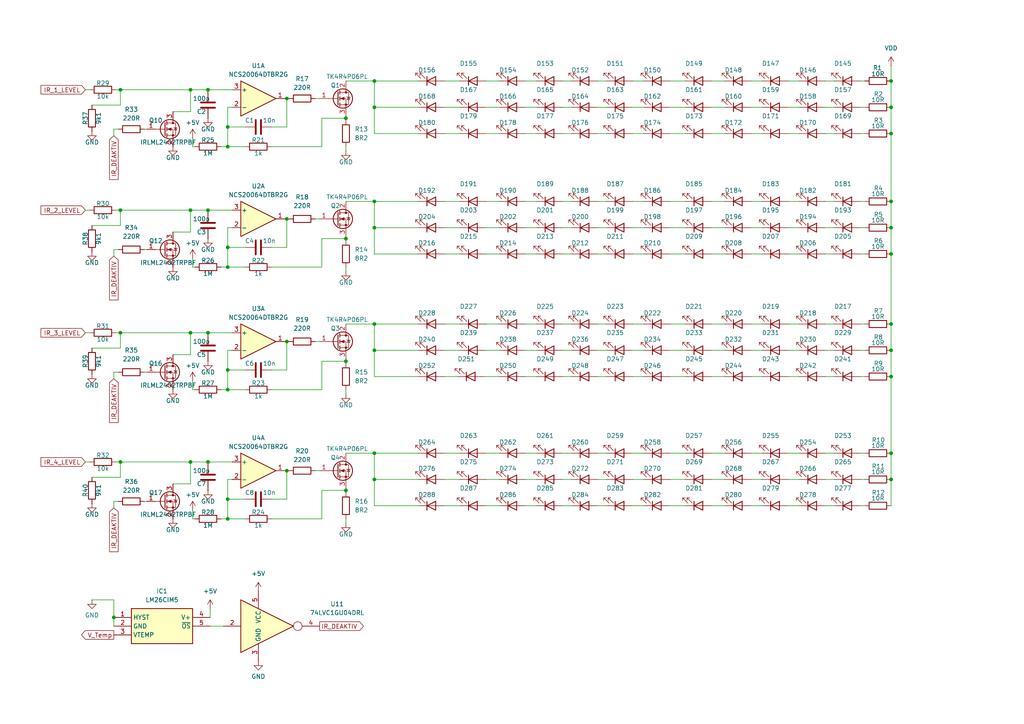
<source format=kicad_sch>
(kicad_sch (version 20250114) (generator "eeschema") (generator_version "9.0")
  (paper "A4")
  (title_block (title "608-Alfactory-Assay-Arena") (date "01.2024") (comment 1 "Optogen Arena RGB LED V1.0") (comment 2 "LED type: ASMG-PT00-00001") (comment 3 "R:625nm, G:525nm, B:460nm, IR:850nm"))
  (junction (at 258.445 93.98))
  (junction (at 33.02 179.07))
  (junction (at 258.445 101.6))
  (junction (at 55.245 26.035))
  (junction (at 66.04 42.545))
  (junction (at 55.245 60.96))
  (junction (at 66.04 71.755))
  (junction (at 34.925 60.96))
  (junction (at 83.185 136.525))
  (junction (at 83.185 99.06))
  (junction (at 83.185 63.5))
  (junction (at 66.04 36.83))
  (junction (at 108.585 93.98))
  (junction (at 55.245 133.985))
  (junction (at 100.33 104.775))
  (junction (at 55.245 96.52))
  (junction (at 100.33 142.24))
  (junction (at 258.445 23.495))
  (junction (at 100.33 69.215))
  (junction (at 258.445 109.22))
  (junction (at 258.445 139.065))
  (junction (at 108.585 31.115))
  (junction (at 258.445 38.735))
  (junction (at 83.185 28.575))
  (junction (at 60.325 60.96))
  (junction (at 66.04 150.495))
  (junction (at 258.445 131.445))
  (junction (at 108.585 23.495))
  (junction (at 66.04 107.315))
  (junction (at 108.585 101.6))
  (junction (at 66.04 144.78))
  (junction (at 34.925 133.985))
  (junction (at 108.585 139.065))
  (junction (at 60.325 26.035))
  (junction (at 66.04 113.03))
  (junction (at 258.445 31.115))
  (junction (at 34.925 26.035))
  (junction (at 108.585 131.445))
  (junction (at 258.445 73.66))
  (junction (at 66.04 77.47))
  (junction (at 258.445 66.04))
  (junction (at 100.33 34.29))
  (junction (at 60.325 133.985))
  (junction (at 258.445 58.42))
  (junction (at 34.925 96.52))
  (junction (at 60.325 96.52))
  (junction (at 108.585 58.42))
  (junction (at 108.585 66.04))
  (wire (pts (xy 186.69 38.735) (xy 183.515 38.735)))
  (wire (pts (xy 66.04 101.6) (xy 67.31 101.6)))
  (wire (pts (xy 258.445 109.22) (xy 258.445 131.445)))
  (wire (pts (xy 250.825 101.6) (xy 249.555 101.6)))
  (wire (pts (xy 108.585 101.6) (xy 108.585 109.22)))
  (wire (pts (xy 133.35 31.115) (xy 128.905 31.115)))
  (wire (pts (xy 34.925 96.52) (xy 55.245 96.52)))
  (wire (pts (xy 66.04 36.83) (xy 66.04 31.115)))
  (wire (pts (xy 133.35 146.685) (xy 128.905 146.685)))
  (wire (pts (xy 100.33 58.42) (xy 108.585 58.42)))
  (wire (pts (xy 186.69 31.115) (xy 183.515 31.115)))
  (wire (pts (xy 133.35 23.495) (xy 128.905 23.495)))
  (wire (pts (xy 41.91 37.465) (xy 42.545 37.465)))
  (wire (pts (xy 93.345 42.545) (xy 93.345 34.29)))
  (wire (pts (xy 26.67 173.99) (xy 33.02 173.99)))
  (wire (pts (xy 258.445 131.445) (xy 258.445 139.065)))
  (wire (pts (xy 60.96 176.53) (xy 60.96 179.07)))
  (wire (pts (xy 24.765 133.985) (xy 26.035 133.985)))
  (wire (pts (xy 210.185 109.22) (xy 206.375 109.22)))
  (wire (pts (xy 231.775 31.115) (xy 228.6 31.115)))
  (wire (pts (xy 82.55 28.575) (xy 83.185 28.575)))
  (wire (pts (xy 33.02 109.855) (xy 33.02 107.95)))
  (wire (pts (xy 144.78 131.445) (xy 140.97 131.445)))
  (wire (pts (xy 93.345 69.215) (xy 100.33 69.215)))
  (wire (pts (xy 155.575 66.04) (xy 152.4 66.04)))
  (wire (pts (xy 108.585 66.04) (xy 108.585 73.66)))
  (wire (pts (xy 210.185 146.685) (xy 206.375 146.685)))
  (wire (pts (xy 144.78 139.065) (xy 140.97 139.065)))
  (wire (pts (xy 241.935 109.22) (xy 239.395 109.22)))
  (wire (pts (xy 64.135 113.03) (xy 66.04 113.03)))
  (wire (pts (xy 34.925 133.985) (xy 33.655 133.985)))
  (wire (pts (xy 186.69 146.685) (xy 183.515 146.685)))
  (wire (pts (xy 258.445 139.065) (xy 258.445 146.685)))
  (wire (pts (xy 198.755 109.22) (xy 194.31 109.22)))
  (wire (pts (xy 71.12 107.315) (xy 66.04 107.315)))
  (wire (pts (xy 121.285 146.685) (xy 108.585 146.685)))
  (wire (pts (xy 83.185 144.78) (xy 83.185 136.525)))
  (wire (pts (xy 34.925 133.985) (xy 55.245 133.985)))
  (wire (pts (xy 155.575 109.22) (xy 152.4 109.22)))
  (wire (pts (xy 26.67 100.965) (xy 34.925 100.965)))
  (wire (pts (xy 220.98 66.04) (xy 217.805 66.04)))
  (wire (pts (xy 165.735 73.66) (xy 163.195 73.66)))
  (wire (pts (xy 210.185 93.98) (xy 206.375 93.98)))
  (wire (pts (xy 121.285 31.115) (xy 108.585 31.115)))
  (wire (pts (xy 210.185 73.66) (xy 206.375 73.66)))
  (wire (pts (xy 55.88 147.955) (xy 55.88 150.495)))
  (wire (pts (xy 71.12 144.78) (xy 66.04 144.78)))
  (wire (pts (xy 250.825 109.22) (xy 249.555 109.22)))
  (wire (pts (xy 100.33 150.495) (xy 100.33 151.765)))
  (wire (pts (xy 155.575 73.66) (xy 152.4 73.66)))
  (wire (pts (xy 93.345 104.775) (xy 100.33 104.775)))
  (wire (pts (xy 108.585 131.445) (xy 121.285 131.445)))
  (wire (pts (xy 198.755 139.065) (xy 194.31 139.065)))
  (wire (pts (xy 26.67 65.405) (xy 34.925 65.405)))
  (wire (pts (xy 210.185 23.495) (xy 206.375 23.495)))
  (wire (pts (xy 71.12 71.755) (xy 66.04 71.755)))
  (wire (pts (xy 83.185 71.755) (xy 83.185 63.5)))
  (wire (pts (xy 66.04 139.065) (xy 67.31 139.065)))
  (wire (pts (xy 186.69 66.04) (xy 183.515 66.04)))
  (wire (pts (xy 210.185 58.42) (xy 206.375 58.42)))
  (wire (pts (xy 60.325 133.985) (xy 60.325 134.62)))
  (wire (pts (xy 258.445 31.115) (xy 258.445 38.735)))
  (wire (pts (xy 231.775 66.04) (xy 228.6 66.04)))
  (wire (pts (xy 34.925 60.96) (xy 33.655 60.96)))
  (wire (pts (xy 186.69 23.495) (xy 183.515 23.495)))
  (wire (pts (xy 231.775 38.735) (xy 228.6 38.735)))
  (wire (pts (xy 198.755 73.66) (xy 194.31 73.66)))
  (wire (pts (xy 220.98 146.685) (xy 217.805 146.685)))
  (wire (pts (xy 198.755 23.495) (xy 194.31 23.495)))
  (wire (pts (xy 258.445 58.42) (xy 258.445 66.04)))
  (wire (pts (xy 241.935 93.98) (xy 239.395 93.98)))
  (wire (pts (xy 83.185 107.315) (xy 83.185 99.06)))
  (wire (pts (xy 133.35 139.065) (xy 128.905 139.065)))
  (wire (pts (xy 258.445 38.735) (xy 258.445 58.42)))
  (wire (pts (xy 175.895 93.98) (xy 173.355 93.98)))
  (wire (pts (xy 165.735 31.115) (xy 163.195 31.115)))
  (wire (pts (xy 82.55 99.06) (xy 83.185 99.06)))
  (wire (pts (xy 66.04 107.315) (xy 66.04 101.6)))
  (wire (pts (xy 144.78 66.04) (xy 140.97 66.04)))
  (wire (pts (xy 26.67 138.43) (xy 34.925 138.43)))
  (wire (pts (xy 241.935 66.04) (xy 239.395 66.04)))
  (wire (pts (xy 71.12 36.83) (xy 66.04 36.83)))
  (wire (pts (xy 60.325 60.96) (xy 67.31 60.96)))
  (wire (pts (xy 133.35 93.98) (xy 128.905 93.98)))
  (wire (pts (xy 175.895 31.115) (xy 173.355 31.115)))
  (wire (pts (xy 144.78 109.22) (xy 140.335 109.22)))
  (wire (pts (xy 60.325 26.035) (xy 67.31 26.035)))
  (wire (pts (xy 100.33 34.29) (xy 100.33 33.655)))
  (wire (pts (xy 241.935 101.6) (xy 239.395 101.6)))
  (wire (pts (xy 220.98 131.445) (xy 217.805 131.445)))
  (wire (pts (xy 93.345 77.47) (xy 93.345 69.215)))
  (wire (pts (xy 66.04 77.47) (xy 66.04 71.755)))
  (wire (pts (xy 231.775 101.6) (xy 228.6 101.6)))
  (wire (pts (xy 100.33 42.545) (xy 100.33 43.815)))
  (wire (pts (xy 55.245 32.385) (xy 55.245 26.035)))
  (wire (pts (xy 100.33 113.03) (xy 100.33 114.3)))
  (wire (pts (xy 186.69 131.445) (xy 183.515 131.445)))
  (wire (pts (xy 175.895 109.22) (xy 173.355 109.22)))
  (wire (pts (xy 91.44 63.5) (xy 92.71 63.5)))
  (wire (pts (xy 165.735 146.685) (xy 163.195 146.685)))
  (wire (pts (xy 210.185 101.6) (xy 206.375 101.6)))
  (wire (pts (xy 220.98 31.115) (xy 217.805 31.115)))
  (wire (pts (xy 198.755 38.735) (xy 194.31 38.735)))
  (wire (pts (xy 93.345 142.24) (xy 100.33 142.24)))
  (wire (pts (xy 198.755 131.445) (xy 194.31 131.445)))
  (wire (pts (xy 155.575 38.735) (xy 152.4 38.735)))
  (wire (pts (xy 34.925 26.035) (xy 55.245 26.035)))
  (wire (pts (xy 108.585 131.445) (xy 108.585 139.065)))
  (wire (pts (xy 144.78 58.42) (xy 140.97 58.42)))
  (wire (pts (xy 231.775 146.685) (xy 228.6 146.685)))
  (wire (pts (xy 83.185 36.83) (xy 83.185 28.575)))
  (wire (pts (xy 60.325 26.035) (xy 60.325 26.67)))
  (wire (pts (xy 60.325 133.985) (xy 67.31 133.985)))
  (wire (pts (xy 121.285 38.735) (xy 108.585 38.735)))
  (wire (pts (xy 155.575 139.065) (xy 152.4 139.065)))
  (wire (pts (xy 50.165 140.335) (xy 55.245 140.335)))
  (wire (pts (xy 186.69 93.98) (xy 183.515 93.98)))
  (wire (pts (xy 34.925 138.43) (xy 34.925 133.985)))
  (wire (pts (xy 241.935 38.735) (xy 239.395 38.735)))
  (wire (pts (xy 33.02 37.465) (xy 34.29 37.465)))
  (wire (pts (xy 132.715 109.22) (xy 128.905 109.22)))
  (wire (pts (xy 155.575 101.6) (xy 152.4 101.6)))
  (wire (pts (xy 220.98 93.98) (xy 217.805 93.98)))
  (wire (pts (xy 231.775 131.445) (xy 228.6 131.445)))
  (wire (pts (xy 55.88 113.03) (xy 56.515 113.03)))
  (wire (pts (xy 258.445 66.04) (xy 258.445 73.66)))
  (wire (pts (xy 144.78 93.98) (xy 140.97 93.98)))
  (wire (pts (xy 231.775 58.42) (xy 228.6 58.42)))
  (wire (pts (xy 66.04 150.495) (xy 66.04 144.78)))
  (wire (pts (xy 210.185 131.445) (xy 206.375 131.445)))
  (wire (pts (xy 175.895 58.42) (xy 173.355 58.42)))
  (wire (pts (xy 241.935 131.445) (xy 239.395 131.445)))
  (wire (pts (xy 144.78 101.6) (xy 140.97 101.6)))
  (wire (pts (xy 258.445 23.495) (xy 258.445 31.115)))
  (wire (pts (xy 155.575 31.115) (xy 152.4 31.115)))
  (wire (pts (xy 144.78 73.66) (xy 140.97 73.66)))
  (wire (pts (xy 91.44 28.575) (xy 92.71 28.575)))
  (wire (pts (xy 133.35 38.735) (xy 128.905 38.735)))
  (wire (pts (xy 121.285 139.065) (xy 108.585 139.065)))
  (wire (pts (xy 34.925 65.405) (xy 34.925 60.96)))
  (wire (pts (xy 186.69 58.42) (xy 183.515 58.42)))
  (wire (pts (xy 198.755 146.685) (xy 194.31 146.685)))
  (wire (pts (xy 133.35 131.445) (xy 128.905 131.445)))
  (wire (pts (xy 250.825 23.495) (xy 249.555 23.495)))
  (wire (pts (xy 165.735 109.22) (xy 163.195 109.22)))
  (wire (pts (xy 66.04 42.545) (xy 66.04 36.83)))
  (wire (pts (xy 108.585 58.42) (xy 121.285 58.42)))
  (wire (pts (xy 100.33 34.925) (xy 100.33 34.29)))
  (wire (pts (xy 220.98 23.495) (xy 217.805 23.495)))
  (wire (pts (xy 83.185 136.525) (xy 83.82 136.525)))
  (wire (pts (xy 175.895 131.445) (xy 173.355 131.445)))
  (wire (pts (xy 24.765 26.035) (xy 26.035 26.035)))
  (wire (pts (xy 220.98 58.42) (xy 217.805 58.42)))
  (wire (pts (xy 250.825 66.04) (xy 249.555 66.04)))
  (wire (pts (xy 64.135 150.495) (xy 66.04 150.495)))
  (wire (pts (xy 231.775 139.065) (xy 228.6 139.065)))
  (wire (pts (xy 165.735 66.04) (xy 163.195 66.04)))
  (wire (pts (xy 100.33 104.775) (xy 100.33 104.14)))
  (wire (pts (xy 133.35 73.66) (xy 128.905 73.66)))
  (wire (pts (xy 33.02 145.415) (xy 34.29 145.415)))
  (wire (pts (xy 241.935 146.685) (xy 239.395 146.685)))
  (wire (pts (xy 155.575 131.445) (xy 152.4 131.445)))
  (wire (pts (xy 71.12 42.545) (xy 66.04 42.545)))
  (wire (pts (xy 241.935 73.66) (xy 239.395 73.66)))
  (wire (pts (xy 100.33 131.445) (xy 108.585 131.445)))
  (wire (pts (xy 78.74 113.03) (xy 93.345 113.03)))
  (wire (pts (xy 231.775 23.495) (xy 228.6 23.495)))
  (wire (pts (xy 231.775 109.22) (xy 228.6 109.22)))
  (wire (pts (xy 55.245 102.87) (xy 55.245 96.52)))
  (wire (pts (xy 55.88 42.545) (xy 56.515 42.545)))
  (wire (pts (xy 33.02 147.32) (xy 33.02 145.415)))
  (wire (pts (xy 33.02 107.95) (xy 34.29 107.95)))
  (wire (pts (xy 165.735 131.445) (xy 163.195 131.445)))
  (wire (pts (xy 210.185 31.115) (xy 206.375 31.115)))
  (wire (pts (xy 55.245 133.985) (xy 60.325 133.985)))
  (wire (pts (xy 34.925 60.96) (xy 55.245 60.96)))
  (wire (pts (xy 34.925 26.035) (xy 33.655 26.035)))
  (wire (pts (xy 60.325 96.52) (xy 60.325 97.155)))
  (wire (pts (xy 78.74 77.47) (xy 93.345 77.47)))
  (wire (pts (xy 175.895 38.735) (xy 173.355 38.735)))
  (wire (pts (xy 231.775 73.66) (xy 228.6 73.66)))
  (wire (pts (xy 241.935 58.42) (xy 239.395 58.42)))
  (wire (pts (xy 250.825 58.42) (xy 249.555 58.42)))
  (wire (pts (xy 250.825 31.115) (xy 249.555 31.115)))
  (wire (pts (xy 186.69 109.22) (xy 183.515 109.22)))
  (wire (pts (xy 231.775 93.98) (xy 228.6 93.98)))
  (wire (pts (xy 55.245 67.31) (xy 55.245 60.96)))
  (wire (pts (xy 66.04 71.755) (xy 66.04 66.04)))
  (wire (pts (xy 50.165 102.87) (xy 55.245 102.87)))
  (wire (pts (xy 78.74 71.755) (xy 83.185 71.755)))
  (wire (pts (xy 34.925 30.48) (xy 34.925 26.035)))
  (wire (pts (xy 241.935 139.065) (xy 239.395 139.065)))
  (wire (pts (xy 121.285 73.66) (xy 108.585 73.66)))
  (wire (pts (xy 175.895 139.065) (xy 173.355 139.065)))
  (wire (pts (xy 186.69 139.065) (xy 183.515 139.065)))
  (wire (pts (xy 55.88 40.005) (xy 55.88 42.545)))
  (wire (pts (xy 83.185 63.5) (xy 83.82 63.5)))
  (wire (pts (xy 133.35 58.42) (xy 128.905 58.42)))
  (wire (pts (xy 250.825 146.685) (xy 249.555 146.685)))
  (wire (pts (xy 108.585 139.065) (xy 108.585 146.685)))
  (wire (pts (xy 241.935 23.495) (xy 239.395 23.495)))
  (wire (pts (xy 210.185 66.04) (xy 206.375 66.04)))
  (wire (pts (xy 108.585 93.98) (xy 108.585 101.6)))
  (wire (pts (xy 82.55 136.525) (xy 83.185 136.525)))
  (wire (pts (xy 71.12 113.03) (xy 66.04 113.03)))
  (wire (pts (xy 55.245 26.035) (xy 60.325 26.035)))
  (wire (pts (xy 250.825 139.065) (xy 249.555 139.065)))
  (wire (pts (xy 175.895 66.04) (xy 173.355 66.04)))
  (wire (pts (xy 108.585 31.115) (xy 108.585 38.735)))
  (wire (pts (xy 82.55 63.5) (xy 83.185 63.5)))
  (wire (pts (xy 78.74 150.495) (xy 93.345 150.495)))
  (wire (pts (xy 186.69 73.66) (xy 183.515 73.66)))
  (wire (pts (xy 250.825 38.735) (xy 249.555 38.735)))
  (wire (pts (xy 210.185 38.735) (xy 206.375 38.735)))
  (wire (pts (xy 220.98 109.22) (xy 217.805 109.22)))
  (wire (pts (xy 220.98 101.6) (xy 217.805 101.6)))
  (wire (pts (xy 108.585 23.495) (xy 108.585 31.115)))
  (wire (pts (xy 78.74 42.545) (xy 93.345 42.545)))
  (wire (pts (xy 33.02 72.39) (xy 34.29 72.39)))
  (wire (pts (xy 220.98 139.065) (xy 217.805 139.065)))
  (wire (pts (xy 121.285 66.04) (xy 108.585 66.04)))
  (wire (pts (xy 83.185 28.575) (xy 83.82 28.575)))
  (wire (pts (xy 250.825 73.66) (xy 249.555 73.66)))
  (wire (pts (xy 55.88 150.495) (xy 56.515 150.495)))
  (wire (pts (xy 108.585 93.98) (xy 121.285 93.98)))
  (wire (pts (xy 55.88 74.93) (xy 55.88 77.47)))
  (wire (pts (xy 198.755 66.04) (xy 194.31 66.04)))
  (wire (pts (xy 50.165 32.385) (xy 55.245 32.385)))
  (wire (pts (xy 144.78 23.495) (xy 140.97 23.495)))
  (wire (pts (xy 165.735 101.6) (xy 163.195 101.6)))
  (wire (pts (xy 100.33 142.24) (xy 100.33 141.605)))
  (wire (pts (xy 91.44 99.06) (xy 92.71 99.06)))
  (wire (pts (xy 71.12 150.495) (xy 66.04 150.495)))
  (wire (pts (xy 133.35 66.04) (xy 128.905 66.04)))
  (wire (pts (xy 121.285 101.6) (xy 108.585 101.6)))
  (wire (pts (xy 34.925 96.52) (xy 33.655 96.52)))
  (wire (pts (xy 144.78 31.115) (xy 140.97 31.115)))
  (wire (pts (xy 93.345 150.495) (xy 93.345 142.24)))
  (wire (pts (xy 165.735 93.98) (xy 163.195 93.98)))
  (wire (pts (xy 250.825 93.98) (xy 249.555 93.98)))
  (wire (pts (xy 71.12 77.47) (xy 66.04 77.47)))
  (wire (pts (xy 78.74 144.78) (xy 83.185 144.78)))
  (wire (pts (xy 33.02 39.37) (xy 33.02 37.465)))
  (wire (pts (xy 155.575 58.42) (xy 152.4 58.42)))
  (wire (pts (xy 100.33 93.98) (xy 108.585 93.98)))
  (wire (pts (xy 258.445 19.05) (xy 258.445 23.495)))
  (wire (pts (xy 93.345 34.29) (xy 100.33 34.29)))
  (wire (pts (xy 55.88 110.49) (xy 55.88 113.03)))
  (wire (pts (xy 64.135 42.545) (xy 66.04 42.545)))
  (wire (pts (xy 165.735 38.735) (xy 163.195 38.735)))
  (wire (pts (xy 250.825 131.445) (xy 249.555 131.445)))
  (wire (pts (xy 60.325 60.96) (xy 60.325 61.595)))
  (wire (pts (xy 241.935 31.115) (xy 239.395 31.115)))
  (wire (pts (xy 220.98 73.66) (xy 217.805 73.66)))
  (wire (pts (xy 78.74 36.83) (xy 83.185 36.83)))
  (wire (pts (xy 165.735 58.42) (xy 163.195 58.42)))
  (wire (pts (xy 198.755 101.6) (xy 194.31 101.6)))
  (wire (pts (xy 93.345 113.03) (xy 93.345 104.775)))
  (wire (pts (xy 78.74 107.315) (xy 83.185 107.315)))
  (wire (pts (xy 100.33 105.41) (xy 100.33 104.775)))
  (wire (pts (xy 210.185 139.065) (xy 206.375 139.065)))
  (wire (pts (xy 100.33 77.47) (xy 100.33 78.74)))
  (wire (pts (xy 108.585 23.495) (xy 121.285 23.495)))
  (wire (pts (xy 258.445 73.66) (xy 258.445 93.98)))
  (wire (pts (xy 220.98 38.735) (xy 217.805 38.735)))
  (wire (pts (xy 60.325 96.52) (xy 67.31 96.52)))
  (wire (pts (xy 186.69 101.6) (xy 183.515 101.6)))
  (wire (pts (xy 91.44 136.525) (xy 92.71 136.525)))
  (wire (pts (xy 100.33 69.215) (xy 100.33 68.58)))
  (wire (pts (xy 258.445 93.98) (xy 258.445 101.6)))
  (wire (pts (xy 144.78 146.685) (xy 140.97 146.685)))
  (wire (pts (xy 100.33 69.85) (xy 100.33 69.215)))
  (wire (pts (xy 26.67 30.48) (xy 34.925 30.48)))
  (wire (pts (xy 55.245 140.335) (xy 55.245 133.985)))
  (wire (pts (xy 198.755 93.98) (xy 194.31 93.98)))
  (wire (pts (xy 155.575 146.685) (xy 152.4 146.685)))
  (wire (pts (xy 198.755 58.42) (xy 194.31 58.42)))
  (wire (pts (xy 165.735 23.495) (xy 163.195 23.495)))
  (wire (pts (xy 24.765 96.52) (xy 26.035 96.52)))
  (wire (pts (xy 100.33 142.875) (xy 100.33 142.24)))
  (wire (pts (xy 165.735 139.065) (xy 163.195 139.065)))
  (wire (pts (xy 83.185 99.06) (xy 83.82 99.06)))
  (wire (pts (xy 41.91 145.415) (xy 42.545 145.415)))
  (wire (pts (xy 55.245 96.52) (xy 60.325 96.52)))
  (wire (pts (xy 108.585 58.42) (xy 108.585 66.04)))
  (wire (pts (xy 60.96 181.61) (xy 64.77 181.61)))
  (wire (pts (xy 155.575 23.495) (xy 152.4 23.495)))
  (wire (pts (xy 41.91 107.95) (xy 42.545 107.95)))
  (wire (pts (xy 133.35 101.6) (xy 128.905 101.6)))
  (wire (pts (xy 258.445 101.6) (xy 258.445 109.22)))
  (wire (pts (xy 175.895 101.6) (xy 173.355 101.6)))
  (wire (pts (xy 55.245 60.96) (xy 60.325 60.96)))
  (wire (pts (xy 144.78 38.735) (xy 140.97 38.735)))
  (wire (pts (xy 33.02 74.295) (xy 33.02 72.39)))
  (wire (pts (xy 24.765 60.96) (xy 26.035 60.96)))
  (wire (pts (xy 175.895 23.495) (xy 173.355 23.495)))
  (wire (pts (xy 66.04 113.03) (xy 66.04 107.315)))
  (wire (pts (xy 100.33 23.495) (xy 108.585 23.495)))
  (wire (pts (xy 50.165 67.31) (xy 55.245 67.31)))
  (wire (pts (xy 66.04 66.04) (xy 67.31 66.04)))
  (wire (pts (xy 33.02 179.07) (xy 33.02 181.61)))
  (wire (pts (xy 41.91 72.39) (xy 42.545 72.39)))
  (wire (pts (xy 33.02 173.99) (xy 33.02 179.07)))
  (wire (pts (xy 175.895 73.66) (xy 173.355 73.66)))
  (wire (pts (xy 121.285 109.22) (xy 108.585 109.22)))
  (wire (pts (xy 64.135 77.47) (xy 66.04 77.47)))
  (wire (pts (xy 175.895 146.685) (xy 173.355 146.685)))
  (wire (pts (xy 198.755 31.115) (xy 194.31 31.115)))
  (wire (pts (xy 155.575 93.98) (xy 152.4 93.98)))
  (wire (pts (xy 66.04 144.78) (xy 66.04 139.065)))
  (wire (pts (xy 34.925 100.965) (xy 34.925 96.52)))
  (wire (pts (xy 66.04 31.115) (xy 67.31 31.115)))
  (wire (pts (xy 55.88 77.47) (xy 56.515 77.47)))
  (global_label "IR_DEAKTIV" (shape input) (at 33.02 147.32 270) (property "Intersheetrefs" "${INTERSHEET_REFS}" (effects (hide yes))))
  (global_label "IR_DEAKTIV" (shape input) (at 33.02 109.855 270) (property "Intersheetrefs" "${INTERSHEET_REFS}" (effects (hide yes))))
  (global_label "IR_DEAKTIV" (shape output) (at 92.71 181.61 0) (property "Intersheetrefs" "${INTERSHEET_REFS}" (effects (hide yes))))
  (global_label "IR_2_LEVEL" (shape input) (at 24.765 60.96 180) (property "Intersheetrefs" "${INTERSHEET_REFS}" (effects (hide yes))))
  (global_label "IR_3_LEVEL" (shape input) (at 24.765 96.52 180) (property "Intersheetrefs" "${INTERSHEET_REFS}" (effects (hide yes))))
  (global_label "IR_DEAKTIV" (shape input) (at 33.02 74.295 270) (property "Intersheetrefs" "${INTERSHEET_REFS}" (effects (hide yes))))
  (global_label "IR_DEAKTIV" (shape input) (at 33.02 39.37 270) (property "Intersheetrefs" "${INTERSHEET_REFS}" (effects (hide yes))))
  (global_label "IR_1_LEVEL" (shape input) (at 24.765 26.035 180) (property "Intersheetrefs" "${INTERSHEET_REFS}" (effects (hide yes))))
  (global_label "V_Temp" (shape output) (at 33.02 184.15 180) (property "Intersheetrefs" "${INTERSHEET_REFS}" (effects (hide yes))))
  (global_label "IR_4_LEVEL" (shape input) (at 24.765 133.985 180) (property "Intersheetrefs" "${INTERSHEET_REFS}" (effects (hide yes))))
  (symbol (lib_id "LED:IR26-21C_L110_TR8") (at 125.095 93.98 0) (mirror x) (unit 1)
    (property "Reference" "D228" (at 123.825 90.805 0))
    (property "Value" "VSMY1850X01" (effects (hide yes)))
    (property "Footprint" "LED_SMD:LED_0805_2012Metric_Pad1.15x1.40mm_HandSolder" (effects (hide yes)))
    (property "Datasheet" "http://www.everlight.com/file/ProductFile/IR26-21C-L110-TR8.pdf" (effects (hide yes)))
  )
  (symbol (lib_id "LED:IR26-21C_L110_TR8") (at 202.565 131.445 0) (mirror x) (unit 1)
    (property "Reference" "D257" (at 201.295 126.365 0))
    (property "Value" "VSMY1850X01" (effects (hide yes)))
    (property "Footprint" "LED_SMD:LED_0805_2012Metric_Pad1.15x1.40mm_HandSolder" (effects (hide yes)))
    (property "Datasheet" "http://www.everlight.com/file/ProductFile/IR26-21C-L110-TR8.pdf" (effects (hide yes)))
  )
  (symbol (lib_id "Device:C") (at 60.325 30.48 180) (unit 1)
    (property "Reference" "C2" (at 58.42 32.385 0))
    (property "Value" "100p" (at 58.42 28.575 0))
    (property "Footprint" "Capacitor_SMD:C_0805_2012Metric" (effects (hide yes)))
    (property "Description" "Unpolarized capacitor" (effects (hide yes)))
  )
  (symbol (lib_id "LED:IR26-21C_L110_TR8") (at 190.5 131.445 0) (mirror x) (unit 1)
    (property "Reference" "D258" (at 189.23 128.27 0))
    (property "Value" "VSMY1850X01" (effects (hide yes)))
    (property "Footprint" "LED_SMD:LED_0805_2012Metric_Pad1.15x1.40mm_HandSolder" (effects (hide yes)))
    (property "Datasheet" "http://www.everlight.com/file/ProductFile/IR26-21C-L110-TR8.pdf" (effects (hide yes)))
  )
  (symbol (lib_id "Device:R") (at 254.635 93.98 270) (mirror x) (unit 1)
    (property "Reference" "R7" (at 254.762 90.17 90))
    (property "Value" "10R" (at 254.635 91.821 90))
    (property "Footprint" "Resistor_SMD:R_1210_3225Metric" (effects (hide yes)))
  )
  (symbol (lib_id "Amplifier_Operational:TLV9304xPW") (at 74.93 99.06 0) (unit 1)
    (property "Reference" "U3" (at 74.93 89.535 0))
    (property "Value" "NCS20064DTBR2G" (at 74.93 92.075 0))
    (property "Footprint" "Package_SO:TSSOP-14_4.4x5mm_P0.65mm" (effects (hide yes)))
    (property "Datasheet" "https://www.ti.com/lit/ds/symlink/tlv9304.pdf" (effects (hide yes)))
    (property "Description" "40-V, 1-MHz, RRO Operational Amplifiers for Cost-Sensitive Systems, TSSOP-14" (effects (hide yes)))
  )
  (symbol (lib_id "LED:IR26-21C_L110_TR8") (at 179.705 101.6 0) (mirror x) (unit 1)
    (property "Reference" "D235" (at 178.435 96.52 0))
    (property "Value" "VSMY1850X01" (effects (hide yes)))
    (property "Footprint" "LED_SMD:LED_0805_2012Metric_Pad1.15x1.40mm_HandSolder" (effects (hide yes)))
    (property "Datasheet" "http://www.everlight.com/file/ProductFile/IR26-21C-L110-TR8.pdf" (effects (hide yes)))
  )
  (symbol (lib_id "power:GND") (at 26.67 73.025 0) (unit 1)
    (property "Reference" "#PWR021" (effects (hide yes)))
    (property "Value" "GND" (at 26.67 76.2 0))
    (property "Description" "Power symbol creates a global label with name \"GND\" , ground" (effects (hide yes)))
  )
  (symbol (lib_id "LED:IR26-21C_L110_TR8") (at 213.995 23.495 0) (mirror x) (unit 1)
    (property "Reference" "D148" (at 212.725 20.32 0))
    (property "Value" "VSMY1850X01" (effects (hide yes)))
    (property "Footprint" "LED_SMD:LED_0805_2012Metric_Pad1.15x1.40mm_HandSolder" (effects (hide yes)))
    (property "Datasheet" "http://www.everlight.com/file/ProductFile/IR26-21C-L110-TR8.pdf" (effects (hide yes)))
  )
  (symbol (lib_id "Device:R") (at 87.63 63.5 90) (unit 1)
    (property "Reference" "R18" (at 87.63 57.15 90))
    (property "Value" "220R" (at 87.63 59.69 90))
    (property "Footprint" "Resistor_SMD:R_0805_2012Metric" (effects (hide yes)))
  )
  (symbol (lib_id "LED:IR26-21C_L110_TR8") (at 137.16 146.685 0) (mirror x) (unit 1)
    (property "Reference" "D287" (at 135.89 141.605 0))
    (property "Value" "VSMY1850X01" (effects (hide yes)))
    (property "Footprint" "LED_SMD:LED_0805_2012Metric_Pad1.15x1.40mm_HandSolder" (effects (hide yes)))
    (property "Datasheet" "http://www.everlight.com/file/ProductFile/IR26-21C-L110-TR8.pdf" (effects (hide yes)))
  )
  (symbol (lib_id "LED:IR26-21C_L110_TR8") (at 179.705 93.98 0) (mirror x) (unit 1)
    (property "Reference" "D223" (at 178.435 88.9 0))
    (property "Value" "VSMY1850X01" (effects (hide yes)))
    (property "Footprint" "LED_SMD:LED_0805_2012Metric_Pad1.15x1.40mm_HandSolder" (effects (hide yes)))
    (property "Datasheet" "http://www.everlight.com/file/ProductFile/IR26-21C-L110-TR8.pdf" (effects (hide yes)))
  )
  (symbol (lib_id "LED:IR26-21C_L110_TR8") (at 148.59 23.495 0) (mirror x) (unit 1)
    (property "Reference" "D154" (at 147.32 20.32 0))
    (property "Value" "VSMY1850X01" (effects (hide yes)))
    (property "Footprint" "LED_SMD:LED_0805_2012Metric_Pad1.15x1.40mm_HandSolder" (effects (hide yes)))
    (property "Datasheet" "http://www.everlight.com/file/ProductFile/IR26-21C-L110-TR8.pdf" (effects (hide yes)))
  )
  (symbol (lib_id "power:GND") (at 26.67 108.585 0) (unit 1)
    (property "Reference" "#PWR023" (effects (hide yes)))
    (property "Value" "GND" (at 26.67 111.76 0))
    (property "Description" "Power symbol creates a global label with name \"GND\" , ground" (effects (hide yes)))
  )
  (symbol (lib_id "power:GND") (at 50.165 42.545 0) (unit 1)
    (property "Reference" "#PWR015" (effects (hide yes)))
    (property "Value" "GND" (at 50.165 45.72 0))
    (property "Description" "Power symbol creates a global label with name \"GND\" , ground" (effects (hide yes)))
  )
  (symbol (lib_id "LED:IR26-21C_L110_TR8") (at 190.5 146.685 0) (mirror x) (unit 1)
    (property "Reference" "D282" (at 189.23 143.51 0))
    (property "Value" "VSMY1850X01" (effects (hide yes)))
    (property "Footprint" "LED_SMD:LED_0805_2012Metric_Pad1.15x1.40mm_HandSolder" (effects (hide yes)))
    (property "Datasheet" "http://www.everlight.com/file/ProductFile/IR26-21C-L110-TR8.pdf" (effects (hide yes)))
  )
  (symbol (lib_id "LED:IR26-21C_L110_TR8") (at 159.385 23.495 0) (mirror x) (unit 1)
    (property "Reference" "D153" (at 158.115 18.415 0))
    (property "Value" "VSMY1850X01" (effects (hide yes)))
    (property "Footprint" "LED_SMD:LED_0805_2012Metric_Pad1.15x1.40mm_HandSolder" (effects (hide yes)))
    (property "Datasheet" "http://www.everlight.com/file/ProductFile/IR26-21C-L110-TR8.pdf" (effects (hide yes)))
  )
  (symbol (lib_id "Device:C") (at 74.93 144.78 90) (unit 1)
    (property "Reference" "C8" (at 72.39 142.875 90))
    (property "Value" "10n" (at 78.105 142.875 90))
    (property "Footprint" "Capacitor_SMD:C_0805_2012Metric" (effects (hide yes)))
    (property "Description" "Unpolarized capacitor" (effects (hide yes)))
  )
  (symbol (lib_id "LED:IR26-21C_L110_TR8") (at 245.745 73.66 0) (mirror x) (unit 1)
    (property "Reference" "D205" (at 244.475 68.58 0))
    (property "Value" "VSMY1850X01" (effects (hide yes)))
    (property "Footprint" "LED_SMD:LED_0805_2012Metric_Pad1.15x1.40mm_HandSolder" (effects (hide yes)))
    (property "Datasheet" "http://www.everlight.com/file/ProductFile/IR26-21C-L110-TR8.pdf" (effects (hide yes)))
  )
  (symbol (lib_id "LED:IR26-21C_L110_TR8") (at 245.745 101.6 0) (mirror x) (unit 1)
    (property "Reference" "D229" (at 244.475 96.52 0))
    (property "Value" "VSMY1850X01" (effects (hide yes)))
    (property "Footprint" "LED_SMD:LED_0805_2012Metric_Pad1.15x1.40mm_HandSolder" (effects (hide yes)))
    (property "Datasheet" "http://www.everlight.com/file/ProductFile/IR26-21C-L110-TR8.pdf" (effects (hide yes)))
  )
  (symbol (lib_id "LED:IR26-21C_L110_TR8") (at 125.095 101.6 0) (mirror x) (unit 1)
    (property "Reference" "D240" (at 123.825 98.425 0))
    (property "Value" "VSMY1850X01" (effects (hide yes)))
    (property "Footprint" "LED_SMD:LED_0805_2012Metric_Pad1.15x1.40mm_HandSolder" (effects (hide yes)))
    (property "Datasheet" "http://www.everlight.com/file/ProductFile/IR26-21C-L110-TR8.pdf" (effects (hide yes)))
  )
  (symbol (lib_id "Device:R") (at 74.93 77.47 90) (unit 1)
    (property "Reference" "R22" (at 74.93 75.565 90))
    (property "Value" "1k" (at 74.93 79.375 90))
    (property "Footprint" "Resistor_SMD:R_0805_2012Metric" (effects (hide yes)))
  )
  (symbol (lib_id "LED:IR26-21C_L110_TR8") (at 202.565 23.495 0) (mirror x) (unit 1)
    (property "Reference" "D149" (at 201.295 18.415 0))
    (property "Value" "VSMY1850X01" (effects (hide yes)))
    (property "Footprint" "LED_SMD:LED_0805_2012Metric_Pad1.15x1.40mm_HandSolder" (effects (hide yes)))
    (property "Datasheet" "http://www.everlight.com/file/ProductFile/IR26-21C-L110-TR8.pdf" (effects (hide yes)))
  )
  (symbol (lib_id "Device:R") (at 38.1 145.415 90) (unit 1)
    (property "Reference" "R36" (at 38.1 139.7 90))
    (property "Value" "220R" (at 38.1 142.24 90))
    (property "Footprint" "Resistor_SMD:R_0805_2012Metric" (effects (hide yes)))
  )
  (symbol (lib_id "LED:IR26-21C_L110_TR8") (at 169.545 58.42 0) (mirror x) (unit 1)
    (property "Reference" "D188" (at 168.275 55.245 0))
    (property "Value" "VSMY1850X01" (effects (hide yes)))
    (property "Footprint" "LED_SMD:LED_0805_2012Metric_Pad1.15x1.40mm_HandSolder" (effects (hide yes)))
    (property "Datasheet" "http://www.everlight.com/file/ProductFile/IR26-21C-L110-TR8.pdf" (effects (hide yes)))
  )
  (symbol (lib_id "LED:IR26-21C_L110_TR8") (at 245.745 131.445 0) (mirror x) (unit 1)
    (property "Reference" "D253" (at 244.475 126.365 0))
    (property "Value" "VSMY1850X01" (effects (hide yes)))
    (property "Footprint" "LED_SMD:LED_0805_2012Metric_Pad1.15x1.40mm_HandSolder" (effects (hide yes)))
    (property "Datasheet" "http://www.everlight.com/file/ProductFile/IR26-21C-L110-TR8.pdf" (effects (hide yes)))
  )
  (symbol (lib_id "power:GND") (at 60.325 104.775 0) (unit 1)
    (property "Reference" "#PWR010" (effects (hide yes)))
    (property "Value" "GND" (at 60.325 107.95 0))
    (property "Description" "Power symbol creates a global label with name \"GND\" , ground" (effects (hide yes)))
  )
  (symbol (lib_id "LED:IR26-21C_L110_TR8") (at 190.5 101.6 0) (mirror x) (unit 1)
    (property "Reference" "D234" (at 189.23 98.425 0))
    (property "Value" "VSMY1850X01" (effects (hide yes)))
    (property "Footprint" "LED_SMD:LED_0805_2012Metric_Pad1.15x1.40mm_HandSolder" (effects (hide yes)))
    (property "Datasheet" "http://www.everlight.com/file/ProductFile/IR26-21C-L110-TR8.pdf" (effects (hide yes)))
  )
  (symbol (lib_id "Transistor_FET:BSS138") (at 47.625 107.95 0) (unit 1)
    (property "Reference" "Q16" (at 43.18 105.41 0) (effects (justify left)))
    (property "Value" "IRLML2402TRPBF" (at 40.64 111.76 0) (effects (justify left)))
    (property "Footprint" "Package_TO_SOT_SMD:SOT-23" (effects (hide yes)))
    (property "Datasheet" "https://www.onsemi.com/pub/Collateral/BSS138-D.PDF" (effects (hide yes)))
    (property "Description" "50V Vds, 0.22A Id, N-Channel MOSFET, SOT-23" (effects (hide yes)))
  )
  (symbol (lib_id "Device:R") (at 26.67 69.215 180) (unit 1)
    (property "Reference" "R38" (at 24.765 69.215 90))
    (property "Value" "9k1" (at 28.575 69.215 90))
    (property "Footprint" "Resistor_SMD:R_0805_2012Metric" (effects (hide yes)))
  )
  (symbol (lib_id "power:GND") (at 100.33 114.3 0) (unit 1)
    (property "Reference" "#PWR011" (effects (hide yes)))
    (property "Value" "GND" (at 100.33 117.475 0))
    (property "Description" "Power symbol creates a global label with name \"GND\" , ground" (effects (hide yes)))
  )
  (symbol (lib_id "Device:R") (at 87.63 136.525 90) (unit 1)
    (property "Reference" "R20" (at 87.63 130.81 90))
    (property "Value" "220R" (at 87.63 133.35 90))
    (property "Footprint" "Resistor_SMD:R_0805_2012Metric" (effects (hide yes)))
  )
  (symbol (lib_id "Device:R") (at 74.93 113.03 90) (unit 1)
    (property "Reference" "R23" (at 74.93 111.125 90))
    (property "Value" "1k" (at 74.93 114.935 90))
    (property "Footprint" "Resistor_SMD:R_0805_2012Metric" (effects (hide yes)))
  )
  (symbol (lib_id "Device:R") (at 87.63 99.06 90) (unit 1)
    (property "Reference" "R19" (at 87.63 92.71 90))
    (property "Value" "220R" (at 87.63 95.25 90))
    (property "Footprint" "Resistor_SMD:R_0805_2012Metric" (effects (hide yes)))
  )
  (symbol (lib_id "Device:R") (at 26.67 104.775 180) (unit 1)
    (property "Reference" "R39" (at 24.765 104.775 90))
    (property "Value" "9k1" (at 28.575 104.775 90))
    (property "Footprint" "Resistor_SMD:R_0805_2012Metric" (effects (hide yes)))
  )
  (symbol (lib_id "LED:IR26-21C_L110_TR8") (at 179.705 66.04 0) (mirror x) (unit 1)
    (property "Reference" "D199" (at 178.435 60.96 0))
    (property "Value" "VSMY1850X01" (effects (hide yes)))
    (property "Footprint" "LED_SMD:LED_0805_2012Metric_Pad1.15x1.40mm_HandSolder" (effects (hide yes)))
    (property "Datasheet" "http://www.everlight.com/file/ProductFile/IR26-21C-L110-TR8.pdf" (effects (hide yes)))
  )
  (symbol (lib_id "LED:IR26-21C_L110_TR8") (at 179.705 31.115 0) (mirror x) (unit 1)
    (property "Reference" "D163" (at 178.435 26.035 0))
    (property "Value" "VSMY1850X01" (effects (hide yes)))
    (property "Footprint" "LED_SMD:LED_0805_2012Metric_Pad1.15x1.40mm_HandSolder" (effects (hide yes)))
    (property "Datasheet" "http://www.everlight.com/file/ProductFile/IR26-21C-L110-TR8.pdf" (effects (hide yes)))
  )
  (symbol (lib_id "LED:IR26-21C_L110_TR8") (at 159.385 31.115 0) (mirror x) (unit 1)
    (property "Reference" "D165" (at 158.115 26.035 0))
    (property "Value" "VSMY1850X01" (effects (hide yes)))
    (property "Footprint" "LED_SMD:LED_0805_2012Metric_Pad1.15x1.40mm_HandSolder" (effects (hide yes)))
    (property "Datasheet" "http://www.everlight.com/file/ProductFile/IR26-21C-L110-TR8.pdf" (effects (hide yes)))
  )
  (symbol (lib_id "Amplifier_Operational:TLV9304xPW") (at 74.93 136.525 0) (unit 1)
    (property "Reference" "U4" (at 74.93 127 0))
    (property "Value" "NCS20064DTBR2G" (at 74.93 129.54 0))
    (property "Footprint" "Package_SO:TSSOP-14_4.4x5mm_P0.65mm" (effects (hide yes)))
    (property "Datasheet" "https://www.ti.com/lit/ds/symlink/tlv9304.pdf" (effects (hide yes)))
    (property "Description" "40-V, 1-MHz, RRO Operational Amplifiers for Cost-Sensitive Systems, TSSOP-14" (effects (hide yes)))
  )
  (symbol (lib_id "power:GND") (at 60.325 142.24 0) (unit 1)
    (property "Reference" "#PWR013" (effects (hide yes)))
    (property "Value" "GND" (at 60.325 145.415 0))
    (property "Description" "Power symbol creates a global label with name \"GND\" , ground" (effects (hide yes)))
  )
  (symbol (lib_id "LED:IR26-21C_L110_TR8") (at 224.79 101.6 0) (mirror x) (unit 1)
    (property "Reference" "D231" (at 223.52 96.52 0))
    (property "Value" "VSMY1850X01" (effects (hide yes)))
    (property "Footprint" "LED_SMD:LED_0805_2012Metric_Pad1.15x1.40mm_HandSolder" (effects (hide yes)))
    (property "Datasheet" "http://www.everlight.com/file/ProductFile/IR26-21C-L110-TR8.pdf" (effects (hide yes)))
  )
  (symbol (lib_id "Device:Q_NMOS_GDS") (at 97.79 99.06 0) (unit 1)
    (property "Reference" "Q3" (at 95.885 95.25 0) (effects (justify left)))
    (property "Value" "TK4R4P06PL" (at 94.615 92.71 0) (effects (justify left)))
    (property "Footprint" "MGh-Specials:Package_TO-252-2_MGh" (effects (hide yes)))
    (property "Datasheet" "https://www.mouser.de/datasheet/2/408/TK4R4P06PL_datasheet_en_20210127-1142570.pdf" (effects (hide yes)))
  )
  (symbol (lib_id "LED:IR26-21C_L110_TR8") (at 224.79 109.22 0) (mirror x) (unit 1)
    (property "Reference" "D243" (at 223.52 104.14 0))
    (property "Value" "VSMY1850X01" (effects (hide yes)))
    (property "Footprint" "LED_SMD:LED_0805_2012Metric_Pad1.15x1.40mm_HandSolder" (effects (hide yes)))
    (property "Datasheet" "http://www.everlight.com/file/ProductFile/IR26-21C-L110-TR8.pdf" (effects (hide yes)))
  )
  (symbol (lib_id "LED:IR26-21C_L110_TR8") (at 224.79 131.445 0) (mirror x) (unit 1)
    (property "Reference" "D255" (at 223.52 126.365 0))
    (property "Value" "VSMY1850X01" (effects (hide yes)))
    (property "Footprint" "LED_SMD:LED_0805_2012Metric_Pad1.15x1.40mm_HandSolder" (effects (hide yes)))
    (property "Datasheet" "http://www.everlight.com/file/ProductFile/IR26-21C-L110-TR8.pdf" (effects (hide yes)))
  )
  (symbol (lib_id "Device:R") (at 254.635 31.115 270) (mirror x) (unit 1)
    (property "Reference" "R2" (at 254.762 27.305 90))
    (property "Value" "10R" (at 254.635 28.956 90))
    (property "Footprint" "Resistor_SMD:R_1210_3225Metric" (effects (hide yes)))
  )
  (symbol (lib_id "LED:IR26-21C_L110_TR8") (at 125.095 38.735 0) (mirror x) (unit 1)
    (property "Reference" "D180" (at 123.825 35.56 0))
    (property "Value" "VSMY1850X01" (effects (hide yes)))
    (property "Footprint" "LED_SMD:LED_0805_2012Metric_Pad1.15x1.40mm_HandSolder" (effects (hide yes)))
    (property "Datasheet" "http://www.everlight.com/file/ProductFile/IR26-21C-L110-TR8.pdf" (effects (hide yes)))
  )
  (symbol (lib_id "LED:IR26-21C_L110_TR8") (at 137.16 139.065 0) (mirror x) (unit 1)
    (property "Reference" "D275" (at 135.89 133.985 0))
    (property "Value" "VSMY1850X01" (effects (hide yes)))
    (property "Footprint" "LED_SMD:LED_0805_2012Metric_Pad1.15x1.40mm_HandSolder" (effects (hide yes)))
    (property "Datasheet" "http://www.everlight.com/file/ProductFile/IR26-21C-L110-TR8.pdf" (effects (hide yes)))
  )
  (symbol (lib_id "Device:R") (at 60.325 113.03 90) (unit 1)
    (property "Reference" "R27" (at 60.325 111.125 90))
    (property "Value" "1M" (at 60.325 114.935 90))
    (property "Footprint" "Resistor_SMD:R_0805_2012Metric" (effects (hide yes)))
  )
  (symbol (lib_id "LED:IR26-21C_L110_TR8") (at 159.385 146.685 0) (mirror x) (unit 1)
    (property "Reference" "D285" (at 158.115 141.605 0))
    (property "Value" "VSMY1850X01" (effects (hide yes)))
    (property "Footprint" "LED_SMD:LED_0805_2012Metric_Pad1.15x1.40mm_HandSolder" (effects (hide yes)))
    (property "Datasheet" "http://www.everlight.com/file/ProductFile/IR26-21C-L110-TR8.pdf" (effects (hide yes)))
  )
  (symbol (lib_id "LED:IR26-21C_L110_TR8") (at 245.745 109.22 0) (mirror x) (unit 1)
    (property "Reference" "D241" (at 244.475 104.14 0))
    (property "Value" "VSMY1850X01" (effects (hide yes)))
    (property "Footprint" "LED_SMD:LED_0805_2012Metric_Pad1.15x1.40mm_HandSolder" (effects (hide yes)))
    (property "Datasheet" "http://www.everlight.com/file/ProductFile/IR26-21C-L110-TR8.pdf" (effects (hide yes)))
  )
  (symbol (lib_id "Amplifier_Operational:TLV9304xPW") (at 74.93 63.5 0) (unit 1)
    (property "Reference" "U2" (at 74.93 53.975 0))
    (property "Value" "NCS20064DTBR2G" (at 74.93 56.515 0))
    (property "Footprint" "Package_SO:TSSOP-14_4.4x5mm_P0.65mm" (effects (hide yes)))
    (property "Datasheet" "https://www.ti.com/lit/ds/symlink/tlv9304.pdf" (effects (hide yes)))
    (property "Description" "40-V, 1-MHz, RRO Operational Amplifiers for Cost-Sensitive Systems, TSSOP-14" (effects (hide yes)))
  )
  (symbol (lib_id "LED:IR26-21C_L110_TR8") (at 245.745 66.04 0) (mirror x) (unit 1)
    (property "Reference" "D193" (at 244.475 60.96 0))
    (property "Value" "VSMY1850X01" (effects (hide yes)))
    (property "Footprint" "LED_SMD:LED_0805_2012Metric_Pad1.15x1.40mm_HandSolder" (effects (hide yes)))
    (property "Datasheet" "http://www.everlight.com/file/ProductFile/IR26-21C-L110-TR8.pdf" (effects (hide yes)))
  )
  (symbol (lib_id "LED:IR26-21C_L110_TR8") (at 137.16 101.6 0) (mirror x) (unit 1)
    (property "Reference" "D239" (at 135.89 96.52 0))
    (property "Value" "VSMY1850X01" (effects (hide yes)))
    (property "Footprint" "LED_SMD:LED_0805_2012Metric_Pad1.15x1.40mm_HandSolder" (effects (hide yes)))
    (property "Datasheet" "http://www.everlight.com/file/ProductFile/IR26-21C-L110-TR8.pdf" (effects (hide yes)))
  )
  (symbol (lib_id "LED:IR26-21C_L110_TR8") (at 245.745 146.685 0) (mirror x) (unit 1)
    (property "Reference" "D277" (at 244.475 141.605 0))
    (property "Value" "VSMY1850X01" (effects (hide yes)))
    (property "Footprint" "LED_SMD:LED_0805_2012Metric_Pad1.15x1.40mm_HandSolder" (effects (hide yes)))
    (property "Datasheet" "http://www.everlight.com/file/ProductFile/IR26-21C-L110-TR8.pdf" (effects (hide yes)))
  )
  (symbol (lib_id "LED:IR26-21C_L110_TR8") (at 190.5 73.66 0) (mirror x) (unit 1)
    (property "Reference" "D210" (at 189.23 70.485 0))
    (property "Value" "VSMY1850X01" (effects (hide yes)))
    (property "Footprint" "LED_SMD:LED_0805_2012Metric_Pad1.15x1.40mm_HandSolder" (effects (hide yes)))
    (property "Datasheet" "http://www.everlight.com/file/ProductFile/IR26-21C-L110-TR8.pdf" (effects (hide yes)))
  )
  (symbol (lib_id "LED:IR26-21C_L110_TR8") (at 159.385 66.04 0) (mirror x) (unit 1)
    (property "Reference" "D201" (at 158.115 60.96 0))
    (property "Value" "VSMY1850X01" (effects (hide yes)))
    (property "Footprint" "LED_SMD:LED_0805_2012Metric_Pad1.15x1.40mm_HandSolder" (effects (hide yes)))
    (property "Datasheet" "http://www.everlight.com/file/ProductFile/IR26-21C-L110-TR8.pdf" (effects (hide yes)))
  )
  (symbol (lib_id "LED:IR26-21C_L110_TR8") (at 224.79 23.495 0) (mirror x) (unit 1)
    (property "Reference" "D147" (at 223.52 18.415 0))
    (property "Value" "VSMY1850X01" (effects (hide yes)))
    (property "Footprint" "LED_SMD:LED_0805_2012Metric_Pad1.15x1.40mm_HandSolder" (effects (hide yes)))
    (property "Datasheet" "http://www.everlight.com/file/ProductFile/IR26-21C-L110-TR8.pdf" (effects (hide yes)))
  )
  (symbol (lib_id "LED:IR26-21C_L110_TR8") (at 169.545 23.495 0) (mirror x) (unit 1)
    (property "Reference" "D152" (at 168.275 20.32 0))
    (property "Value" "VSMY1850X01" (effects (hide yes)))
    (property "Footprint" "LED_SMD:LED_0805_2012Metric_Pad1.15x1.40mm_HandSolder" (effects (hide yes)))
    (property "Datasheet" "http://www.everlight.com/file/ProductFile/IR26-21C-L110-TR8.pdf" (effects (hide yes)))
  )
  (symbol (lib_id "power:GND") (at 100.33 78.74 0) (unit 1)
    (property "Reference" "#PWR08" (effects (hide yes)))
    (property "Value" "GND" (at 100.33 81.915 0))
    (property "Description" "Power symbol creates a global label with name \"GND\" , ground" (effects (hide yes)))
  )
  (symbol (lib_id "LED:IR26-21C_L110_TR8") (at 159.385 93.98 0) (mirror x) (unit 1)
    (property "Reference" "D225" (at 158.115 88.9 0))
    (property "Value" "VSMY1850X01" (effects (hide yes)))
    (property "Footprint" "LED_SMD:LED_0805_2012Metric_Pad1.15x1.40mm_HandSolder" (effects (hide yes)))
    (property "Datasheet" "http://www.everlight.com/file/ProductFile/IR26-21C-L110-TR8.pdf" (effects (hide yes)))
  )
  (symbol (lib_id "LED:IR26-21C_L110_TR8") (at 190.5 109.22 0) (mirror x) (unit 1)
    (property "Reference" "D246" (at 189.23 106.045 0))
    (property "Value" "VSMY1850X01" (effects (hide yes)))
    (property "Footprint" "LED_SMD:LED_0805_2012Metric_Pad1.15x1.40mm_HandSolder" (effects (hide yes)))
    (property "Datasheet" "http://www.everlight.com/file/ProductFile/IR26-21C-L110-TR8.pdf" (effects (hide yes)))
  )
  (symbol (lib_id "Device:Q_NMOS_GDS") (at 97.79 136.525 0) (unit 1)
    (property "Reference" "Q4" (at 95.885 132.715 0) (effects (justify left)))
    (property "Value" "TK4R4P06PL" (at 94.615 130.175 0) (effects (justify left)))
    (property "Footprint" "MGh-Specials:Package_TO-252-2_MGh" (effects (hide yes)))
    (property "Datasheet" "https://www.mouser.de/datasheet/2/408/TK4R4P06PL_datasheet_en_20210127-1142570.pdf" (effects (hide yes)))
  )
  (symbol (lib_id "LED:IR26-21C_L110_TR8") (at 235.585 66.04 0) (mirror x) (unit 1)
    (property "Reference" "D194" (at 234.315 62.865 0))
    (property "Value" "VSMY1850X01" (effects (hide yes)))
    (property "Footprint" "LED_SMD:LED_0805_2012Metric_Pad1.15x1.40mm_HandSolder" (effects (hide yes)))
    (property "Datasheet" "http://www.everlight.com/file/ProductFile/IR26-21C-L110-TR8.pdf" (effects (hide yes)))
  )
  (symbol (lib_id "LED:IR26-21C_L110_TR8") (at 213.995 31.115 0) (mirror x) (unit 1)
    (property "Reference" "D160" (at 212.725 27.94 0))
    (property "Value" "VSMY1850X01" (effects (hide yes)))
    (property "Footprint" "LED_SMD:LED_0805_2012Metric_Pad1.15x1.40mm_HandSolder" (effects (hide yes)))
    (property "Datasheet" "http://www.everlight.com/file/ProductFile/IR26-21C-L110-TR8.pdf" (effects (hide yes)))
  )
  (symbol (lib_id "LED:IR26-21C_L110_TR8") (at 159.385 139.065 0) (mirror x) (unit 1)
    (property "Reference" "D273" (at 158.115 133.985 0))
    (property "Value" "VSMY1850X01" (effects (hide yes)))
    (property "Footprint" "LED_SMD:LED_0805_2012Metric_Pad1.15x1.40mm_HandSolder" (effects (hide yes)))
    (property "Datasheet" "http://www.everlight.com/file/ProductFile/IR26-21C-L110-TR8.pdf" (effects (hide yes)))
  )
  (symbol (lib_id "LED:IR26-21C_L110_TR8") (at 137.16 131.445 0) (mirror x) (unit 1)
    (property "Reference" "D263" (at 135.89 126.365 0))
    (property "Value" "VSMY1850X01" (effects (hide yes)))
    (property "Footprint" "LED_SMD:LED_0805_2012Metric_Pad1.15x1.40mm_HandSolder" (effects (hide yes)))
    (property "Datasheet" "http://www.everlight.com/file/ProductFile/IR26-21C-L110-TR8.pdf" (effects (hide yes)))
  )
  (symbol (lib_id "LED:IR26-21C_L110_TR8") (at 224.79 146.685 0) (mirror x) (unit 1)
    (property "Reference" "D279" (at 223.52 141.605 0))
    (property "Value" "VSMY1850X01" (effects (hide yes)))
    (property "Footprint" "LED_SMD:LED_0805_2012Metric_Pad1.15x1.40mm_HandSolder" (effects (hide yes)))
    (property "Datasheet" "http://www.everlight.com/file/ProductFile/IR26-21C-L110-TR8.pdf" (effects (hide yes)))
  )
  (symbol (lib_id "Device:R") (at 29.845 133.985 90) (unit 1)
    (property "Reference" "R32" (at 29.845 132.08 90))
    (property "Value" "10k" (at 29.845 135.89 90))
    (property "Footprint" "Resistor_SMD:R_0805_2012Metric" (effects (hide yes)))
  )
  (symbol (lib_id "power:+5V") (at 74.93 171.45 0) (unit 1)
    (property "Reference" "#PWR0220" (effects (hide yes)))
    (property "Value" "+5V" (at 74.93 166.37 0))
    (property "Description" "Power symbol creates a global label with name \"+5V\"" (effects (hide yes)))
  )
  (symbol (lib_id "Device:C") (at 60.325 138.43 180) (unit 1)
    (property "Reference" "C7" (at 58.42 140.335 0))
    (property "Value" "100p" (at 58.42 136.525 0))
    (property "Footprint" "Capacitor_SMD:C_0805_2012Metric" (effects (hide yes)))
    (property "Description" "Unpolarized capacitor" (effects (hide yes)))
  )
  (symbol (lib_id "LED:IR26-21C_L110_TR8") (at 235.585 38.735 0) (mirror x) (unit 1)
    (property "Reference" "D170" (at 234.315 35.56 0))
    (property "Value" "VSMY1850X01" (effects (hide yes)))
    (property "Footprint" "LED_SMD:LED_0805_2012Metric_Pad1.15x1.40mm_HandSolder" (effects (hide yes)))
    (property "Datasheet" "http://www.everlight.com/file/ProductFile/IR26-21C-L110-TR8.pdf" (effects (hide yes)))
  )
  (symbol (lib_id "LED:IR26-21C_L110_TR8") (at 179.705 58.42 0) (mirror x) (unit 1)
    (property "Reference" "D187" (at 178.435 53.34 0))
    (property "Value" "VSMY1850X01" (effects (hide yes)))
    (property "Footprint" "LED_SMD:LED_0805_2012Metric_Pad1.15x1.40mm_HandSolder" (effects (hide yes)))
    (property "Datasheet" "http://www.everlight.com/file/ProductFile/IR26-21C-L110-TR8.pdf" (effects (hide yes)))
  )
  (symbol (lib_id "LED:IR26-21C_L110_TR8") (at 148.59 139.065 0) (mirror x) (unit 1)
    (property "Reference" "D274" (at 147.32 135.89 0))
    (property "Value" "VSMY1850X01" (effects (hide yes)))
    (property "Footprint" "LED_SMD:LED_0805_2012Metric_Pad1.15x1.40mm_HandSolder" (effects (hide yes)))
    (property "Datasheet" "http://www.everlight.com/file/ProductFile/IR26-21C-L110-TR8.pdf" (effects (hide yes)))
  )
  (symbol (lib_id "LED:IR26-21C_L110_TR8") (at 190.5 93.98 0) (mirror x) (unit 1)
    (property "Reference" "D222" (at 189.23 90.805 0))
    (property "Value" "VSMY1850X01" (effects (hide yes)))
    (property "Footprint" "LED_SMD:LED_0805_2012Metric_Pad1.15x1.40mm_HandSolder" (effects (hide yes)))
    (property "Datasheet" "http://www.everlight.com/file/ProductFile/IR26-21C-L110-TR8.pdf" (effects (hide yes)))
  )
  (symbol (lib_id "LED:IR26-21C_L110_TR8") (at 202.565 101.6 0) (mirror x) (unit 1)
    (property "Reference" "D233" (at 201.295 96.52 0))
    (property "Value" "VSMY1850X01" (effects (hide yes)))
    (property "Footprint" "LED_SMD:LED_0805_2012Metric_Pad1.15x1.40mm_HandSolder" (effects (hide yes)))
    (property "Datasheet" "http://www.everlight.com/file/ProductFile/IR26-21C-L110-TR8.pdf" (effects (hide yes)))
  )
  (symbol (lib_id "Device:R") (at 38.1 107.95 90) (unit 1)
    (property "Reference" "R35" (at 38.1 101.6 90))
    (property "Value" "220R" (at 38.1 104.14 90))
    (property "Footprint" "Resistor_SMD:R_0805_2012Metric" (effects (hide yes)))
  )
  (symbol (lib_id "Device:R") (at 74.93 150.495 90) (unit 1)
    (property "Reference" "R24" (at 74.93 148.59 90))
    (property "Value" "1k" (at 74.93 152.4 90))
    (property "Footprint" "Resistor_SMD:R_0805_2012Metric" (effects (hide yes)))
  )
  (symbol (lib_id "Device:R") (at 254.635 66.04 270) (mirror x) (unit 1)
    (property "Reference" "R5" (at 254.762 62.23 90))
    (property "Value" "10R" (at 254.635 63.881 90))
    (property "Footprint" "Resistor_SMD:R_1210_3225Metric" (effects (hide yes)))
  )
  (symbol (lib_id "LED:IR26-21C_L110_TR8") (at 202.565 146.685 0) (mirror x) (unit 1)
    (property "Reference" "D281" (at 201.295 141.605 0))
    (property "Value" "VSMY1850X01" (effects (hide yes)))
    (property "Footprint" "LED_SMD:LED_0805_2012Metric_Pad1.15x1.40mm_HandSolder" (effects (hide yes)))
    (property "Datasheet" "http://www.everlight.com/file/ProductFile/IR26-21C-L110-TR8.pdf" (effects (hide yes)))
  )
  (symbol (lib_id "power:GND") (at 26.67 173.99 0) (unit 1)
    (property "Reference" "#PWR0106" (effects (hide yes)))
    (property "Value" "GND" (at 26.67 178.435 0))
  )
  (symbol (lib_id "LED:IR26-21C_L110_TR8") (at 213.995 66.04 0) (mirror x) (unit 1)
    (property "Reference" "D196" (at 212.725 62.865 0))
    (property "Value" "VSMY1850X01" (effects (hide yes)))
    (property "Footprint" "LED_SMD:LED_0805_2012Metric_Pad1.15x1.40mm_HandSolder" (effects (hide yes)))
    (property "Datasheet" "http://www.everlight.com/file/ProductFile/IR26-21C-L110-TR8.pdf" (effects (hide yes)))
  )
  (symbol (lib_id "LED:IR26-21C_L110_TR8") (at 213.995 38.735 0) (mirror x) (unit 1)
    (property "Reference" "D172" (at 212.725 35.56 0))
    (property "Value" "VSMY1850X01" (effects (hide yes)))
    (property "Footprint" "LED_SMD:LED_0805_2012Metric_Pad1.15x1.40mm_HandSolder" (effects (hide yes)))
    (property "Datasheet" "http://www.everlight.com/file/ProductFile/IR26-21C-L110-TR8.pdf" (effects (hide yes)))
  )
  (symbol (lib_id "LED:IR26-21C_L110_TR8") (at 169.545 73.66 0) (mirror x) (unit 1)
    (property "Reference" "D212" (at 168.275 70.485 0))
    (property "Value" "VSMY1850X01" (effects (hide yes)))
    (property "Footprint" "LED_SMD:LED_0805_2012Metric_Pad1.15x1.40mm_HandSolder" (effects (hide yes)))
    (property "Datasheet" "http://www.everlight.com/file/ProductFile/IR26-21C-L110-TR8.pdf" (effects (hide yes)))
  )
  (symbol (lib_id "Device:R") (at 38.1 37.465 90) (unit 1)
    (property "Reference" "R33" (at 38.1 31.75 90))
    (property "Value" "220R" (at 38.1 34.29 90))
    (property "Footprint" "Resistor_SMD:R_0805_2012Metric" (effects (hide yes)))
  )
  (symbol (lib_id "LED:IR26-21C_L110_TR8") (at 148.59 66.04 0) (mirror x) (unit 1)
    (property "Reference" "D202" (at 147.32 62.865 0))
    (property "Value" "VSMY1850X01" (effects (hide yes)))
    (property "Footprint" "LED_SMD:LED_0805_2012Metric_Pad1.15x1.40mm_HandSolder" (effects (hide yes)))
    (property "Datasheet" "http://www.everlight.com/file/ProductFile/IR26-21C-L110-TR8.pdf" (effects (hide yes)))
  )
  (symbol (lib_id "LED:IR26-21C_L110_TR8") (at 235.585 58.42 0) (mirror x) (unit 1)
    (property "Reference" "D182" (at 234.315 55.245 0))
    (property "Value" "VSMY1850X01" (effects (hide yes)))
    (property "Footprint" "LED_SMD:LED_0805_2012Metric_Pad1.15x1.40mm_HandSolder" (effects (hide yes)))
    (property "Datasheet" "http://www.everlight.com/file/ProductFile/IR26-21C-L110-TR8.pdf" (effects (hide yes)))
  )
  (symbol (lib_id "Device:R") (at 38.1 72.39 90) (unit 1)
    (property "Reference" "R34" (at 38.1 66.04 90))
    (property "Value" "220R" (at 38.1 68.58 90))
    (property "Footprint" "Resistor_SMD:R_0805_2012Metric" (effects (hide yes)))
  )
  (symbol (lib_id "LED:IR26-21C_L110_TR8") (at 136.525 109.22 0) (mirror x) (unit 1)
    (property "Reference" "D251" (at 135.255 104.14 0))
    (property "Value" "VSMY1850X01" (effects (hide yes)))
    (property "Footprint" "LED_SMD:LED_0805_2012Metric_Pad1.15x1.40mm_HandSolder" (effects (hide yes)))
    (property "Datasheet" "http://www.everlight.com/file/ProductFile/IR26-21C-L110-TR8.pdf" (effects (hide yes)))
  )
  (symbol (lib_id "Device:R") (at 254.635 109.22 270) (mirror x) (unit 1)
    (property "Reference" "R9" (at 254.762 105.41 90))
    (property "Value" "10R" (at 254.635 107.061 90))
    (property "Footprint" "Resistor_SMD:R_1210_3225Metric" (effects (hide yes)))
  )
  (symbol (lib_id "power:GND") (at 74.93 191.77 0) (unit 1)
    (property "Reference" "#PWR0224" (effects (hide yes)))
    (property "Value" "GND" (at 74.93 196.215 0))
  )
  (symbol (lib_id "power:+5V") (at 55.88 40.005 0) (unit 1)
    (property "Reference" "#PWR03" (effects (hide yes)))
    (property "Value" "+5V" (at 55.88 35.56 0))
    (property "Description" "Power symbol creates a global label with name \"+5V\"" (effects (hide yes)))
  )
  (symbol (lib_id "power:GND") (at 50.165 113.03 0) (unit 1)
    (property "Reference" "#PWR018" (effects (hide yes)))
    (property "Value" "GND" (at 50.165 116.205 0))
    (property "Description" "Power symbol creates a global label with name \"GND\" , ground" (effects (hide yes)))
  )
  (symbol (lib_id "LED:IR26-21C_L110_TR8") (at 179.705 38.735 0) (mirror x) (unit 1)
    (property "Reference" "D175" (at 178.435 33.655 0))
    (property "Value" "VSMY1850X01" (effects (hide yes)))
    (property "Footprint" "LED_SMD:LED_0805_2012Metric_Pad1.15x1.40mm_HandSolder" (effects (hide yes)))
    (property "Datasheet" "http://www.everlight.com/file/ProductFile/IR26-21C-L110-TR8.pdf" (effects (hide yes)))
  )
  (symbol (lib_id "power:+5V") (at 55.88 110.49 0) (unit 1)
    (property "Reference" "#PWR09" (effects (hide yes)))
    (property "Value" "+5V" (at 55.88 106.045 0))
    (property "Description" "Power symbol creates a global label with name \"+5V\"" (effects (hide yes)))
  )
  (symbol (lib_id "Device:R") (at 26.67 142.24 180) (unit 1)
    (property "Reference" "R40" (at 24.765 142.24 90))
    (property "Value" "9k1" (at 28.575 142.24 90))
    (property "Footprint" "Resistor_SMD:R_0805_2012Metric" (effects (hide yes)))
  )
  (symbol (lib_id "Device:C") (at 60.325 65.405 180) (unit 1)
    (property "Reference" "C3" (at 58.42 67.31 0))
    (property "Value" "100p" (at 58.42 63.5 0))
    (property "Footprint" "Capacitor_SMD:C_0805_2012Metric" (effects (hide yes)))
    (property "Description" "Unpolarized capacitor" (effects (hide yes)))
  )
  (symbol (lib_id "Device:R") (at 100.33 146.685 180) (unit 1)
    (property "Reference" "R16" (at 102.87 145.4149 0) (effects (justify right)))
    (property "Value" "8R2" (at 102.87 147.9549 0) (effects (justify right)))
    (property "Footprint" "Resistor_SMD:R_2512_6332Metric_Pad1.40x3.35mm_HandSolder" (effects (hide yes)))
  )
  (symbol (lib_id "Device:R") (at 254.635 101.6 270) (mirror x) (unit 1)
    (property "Reference" "R8" (at 254.762 97.79 90))
    (property "Value" "10R" (at 254.635 99.441 90))
    (property "Footprint" "Resistor_SMD:R_1210_3225Metric" (effects (hide yes)))
  )
  (symbol (lib_id "LED:IR26-21C_L110_TR8") (at 235.585 146.685 0) (mirror x) (unit 1)
    (property "Reference" "D278" (at 234.315 143.51 0))
    (property "Value" "VSMY1850X01" (effects (hide yes)))
    (property "Footprint" "LED_SMD:LED_0805_2012Metric_Pad1.15x1.40mm_HandSolder" (effects (hide yes)))
    (property "Datasheet" "http://www.everlight.com/file/ProductFile/IR26-21C-L110-TR8.pdf" (effects (hide yes)))
  )
  (symbol (lib_id "Device:R") (at 29.845 96.52 90) (unit 1)
    (property "Reference" "R31" (at 29.845 94.615 90))
    (property "Value" "10k" (at 29.845 98.425 90))
    (property "Footprint" "Resistor_SMD:R_0805_2012Metric" (effects (hide yes)))
  )
  (symbol (lib_id "LED:IR26-21C_L110_TR8") (at 235.585 139.065 0) (mirror x) (unit 1)
    (property "Reference" "D266" (at 234.315 135.89 0))
    (property "Value" "VSMY1850X01" (effects (hide yes)))
    (property "Footprint" "LED_SMD:LED_0805_2012Metric_Pad1.15x1.40mm_HandSolder" (effects (hide yes)))
    (property "Datasheet" "http://www.everlight.com/file/ProductFile/IR26-21C-L110-TR8.pdf" (effects (hide yes)))
  )
  (symbol (lib_id "LED:IR26-21C_L110_TR8") (at 148.59 58.42 0) (mirror x) (unit 1)
    (property "Reference" "D190" (at 147.32 55.245 0))
    (property "Value" "VSMY1850X01" (effects (hide yes)))
    (property "Footprint" "LED_SMD:LED_0805_2012Metric_Pad1.15x1.40mm_HandSolder" (effects (hide yes)))
    (property "Datasheet" "http://www.everlight.com/file/ProductFile/IR26-21C-L110-TR8.pdf" (effects (hide yes)))
  )
  (symbol (lib_id "LED:IR26-21C_L110_TR8") (at 245.745 93.98 0) (mirror x) (unit 1)
    (property "Reference" "D217" (at 244.475 88.9 0))
    (property "Value" "VSMY1850X01" (effects (hide yes)))
    (property "Footprint" "LED_SMD:LED_0805_2012Metric_Pad1.15x1.40mm_HandSolder" (effects (hide yes)))
    (property "Datasheet" "http://www.everlight.com/file/ProductFile/IR26-21C-L110-TR8.pdf" (effects (hide yes)))
  )
  (symbol (lib_id "LED:IR26-21C_L110_TR8") (at 125.095 58.42 0) (mirror x) (unit 1)
    (property "Reference" "D192" (at 123.825 55.245 0))
    (property "Value" "VSMY1850X01" (effects (hide yes)))
    (property "Footprint" "LED_SMD:LED_0805_2012Metric_Pad1.15x1.40mm_HandSolder" (effects (hide yes)))
    (property "Datasheet" "http://www.everlight.com/file/ProductFile/IR26-21C-L110-TR8.pdf" (effects (hide yes)))
  )
  (symbol (lib_id "Device:R") (at 60.325 150.495 90) (unit 1)
    (property "Reference" "R28" (at 60.325 148.59 90))
    (property "Value" "1M" (at 60.325 152.4 90))
    (property "Footprint" "Resistor_SMD:R_0805_2012Metric" (effects (hide yes)))
  )
  (symbol (lib_id "LED:IR26-21C_L110_TR8") (at 159.385 131.445 0) (mirror x) (unit 1)
    (property "Reference" "D261" (at 158.115 126.365 0))
    (property "Value" "VSMY1850X01" (effects (hide yes)))
    (property "Footprint" "LED_SMD:LED_0805_2012Metric_Pad1.15x1.40mm_HandSolder" (effects (hide yes)))
    (property "Datasheet" "http://www.everlight.com/file/ProductFile/IR26-21C-L110-TR8.pdf" (effects (hide yes)))
  )
  (symbol (lib_id "LED:IR26-21C_L110_TR8") (at 202.565 66.04 0) (mirror x) (unit 1)
    (property "Reference" "D197" (at 201.295 60.96 0))
    (property "Value" "VSMY1850X01" (effects (hide yes)))
    (property "Footprint" "LED_SMD:LED_0805_2012Metric_Pad1.15x1.40mm_HandSolder" (effects (hide yes)))
    (property "Datasheet" "http://www.everlight.com/file/ProductFile/IR26-21C-L110-TR8.pdf" (effects (hide yes)))
  )
  (symbol (lib_id "Device:C") (at 60.325 100.965 180) (unit 1)
    (property "Reference" "C5" (at 58.42 102.87 0))
    (property "Value" "100p" (at 58.42 99.06 0))
    (property "Footprint" "Capacitor_SMD:C_0805_2012Metric" (effects (hide yes)))
    (property "Description" "Unpolarized capacitor" (effects (hide yes)))
  )
  (symbol (lib_id "LED:IR26-21C_L110_TR8") (at 148.59 101.6 0) (mirror x) (unit 1)
    (property "Reference" "D238" (at 147.32 98.425 0))
    (property "Value" "VSMY1850X01" (effects (hide yes)))
    (property "Footprint" "LED_SMD:LED_0805_2012Metric_Pad1.15x1.40mm_HandSolder" (effects (hide yes)))
    (property "Datasheet" "http://www.everlight.com/file/ProductFile/IR26-21C-L110-TR8.pdf" (effects (hide yes)))
  )
  (symbol (lib_id "LED:IR26-21C_L110_TR8") (at 148.59 131.445 0) (mirror x) (unit 1)
    (property "Reference" "D262" (at 147.32 128.27 0))
    (property "Value" "VSMY1850X01" (effects (hide yes)))
    (property "Footprint" "LED_SMD:LED_0805_2012Metric_Pad1.15x1.40mm_HandSolder" (effects (hide yes)))
    (property "Datasheet" "http://www.everlight.com/file/ProductFile/IR26-21C-L110-TR8.pdf" (effects (hide yes)))
  )
  (symbol (lib_id "LED:IR26-21C_L110_TR8") (at 190.5 23.495 0) (mirror x) (unit 1)
    (property "Reference" "D150" (at 189.23 20.32 0))
    (property "Value" "VSMY1850X01" (effects (hide yes)))
    (property "Footprint" "LED_SMD:LED_0805_2012Metric_Pad1.15x1.40mm_HandSolder" (effects (hide yes)))
    (property "Datasheet" "http://www.everlight.com/file/ProductFile/IR26-21C-L110-TR8.pdf" (effects (hide yes)))
  )
  (symbol (lib_id "Device:C") (at 74.93 107.315 90) (unit 1)
    (property "Reference" "C6" (at 72.39 105.41 90))
    (property "Value" "10n" (at 78.105 105.41 90))
    (property "Footprint" "Capacitor_SMD:C_0805_2012Metric" (effects (hide yes)))
    (property "Description" "Unpolarized capacitor" (effects (hide yes)))
  )
  (symbol (lib_id "LED:IR26-21C_L110_TR8") (at 137.16 38.735 0) (mirror x) (unit 1)
    (property "Reference" "D179" (at 135.89 33.655 0))
    (property "Value" "VSMY1850X01" (effects (hide yes)))
    (property "Footprint" "LED_SMD:LED_0805_2012Metric_Pad1.15x1.40mm_HandSolder" (effects (hide yes)))
    (property "Datasheet" "http://www.everlight.com/file/ProductFile/IR26-21C-L110-TR8.pdf" (effects (hide yes)))
  )
  (symbol (lib_id "Device:R") (at 29.845 26.035 90) (unit 1)
    (property "Reference" "R29" (at 29.845 24.13 90))
    (property "Value" "10k" (at 29.845 27.94 90))
    (property "Footprint" "Resistor_SMD:R_0805_2012Metric" (effects (hide yes)))
  )
  (symbol (lib_id "LED:IR26-21C_L110_TR8") (at 235.585 31.115 0) (mirror x) (unit 1)
    (property "Reference" "D158" (at 234.315 27.94 0))
    (property "Value" "VSMY1850X01" (effects (hide yes)))
    (property "Footprint" "LED_SMD:LED_0805_2012Metric_Pad1.15x1.40mm_HandSolder" (effects (hide yes)))
    (property "Datasheet" "http://www.everlight.com/file/ProductFile/IR26-21C-L110-TR8.pdf" (effects (hide yes)))
  )
  (symbol (lib_id "power:+5V") (at 60.96 176.53 0) (unit 1)
    (property "Reference" "#PWR0215" (effects (hide yes)))
    (property "Value" "+5V" (at 60.96 171.45 0))
    (property "Description" "Power symbol creates a global label with name \"+5V\"" (effects (hide yes)))
  )
  (symbol (lib_id "LED:IR26-21C_L110_TR8") (at 137.16 31.115 0) (mirror x) (unit 1)
    (property "Reference" "D167" (at 135.89 26.035 0))
    (property "Value" "VSMY1850X01" (effects (hide yes)))
    (property "Footprint" "LED_SMD:LED_0805_2012Metric_Pad1.15x1.40mm_HandSolder" (effects (hide yes)))
    (property "Datasheet" "http://www.everlight.com/file/ProductFile/IR26-21C-L110-TR8.pdf" (effects (hide yes)))
  )
  (symbol (lib_id "LED:IR26-21C_L110_TR8") (at 213.995 146.685 0) (mirror x) (unit 1)
    (property "Reference" "D280" (at 212.725 143.51 0))
    (property "Value" "VSMY1850X01" (effects (hide yes)))
    (property "Footprint" "LED_SMD:LED_0805_2012Metric_Pad1.15x1.40mm_HandSolder" (effects (hide yes)))
    (property "Datasheet" "http://www.everlight.com/file/ProductFile/IR26-21C-L110-TR8.pdf" (effects (hide yes)))
  )
  (symbol (lib_id "LED:IR26-21C_L110_TR8") (at 235.585 73.66 0) (mirror x) (unit 1)
    (property "Reference" "D206" (at 234.315 70.485 0))
    (property "Value" "VSMY1850X01" (effects (hide yes)))
    (property "Footprint" "LED_SMD:LED_0805_2012Metric_Pad1.15x1.40mm_HandSolder" (effects (hide yes)))
    (property "Datasheet" "http://www.everlight.com/file/ProductFile/IR26-21C-L110-TR8.pdf" (effects (hide yes)))
  )
  (symbol (lib_id "LM26 Thermostat:LM26CIM5-RPA_NOPB") (at 33.02 179.07 0) (unit 1)
    (property "Reference" "IC1" (at 46.99 171.45 0))
    (property "Value" "LM26CIM5" (at 46.99 173.99 0))
    (property "Footprint" "LM26 Thermostat:SOT95P280X145-5N" (effects (hide yes)))
    (property "Datasheet" "http://www.ti.com/lit/gpn/lm26" (effects (hide yes)))
    (property "Description" "Factory preset trip point temperature switch with analog output" (effects (hide yes)))
    (property "Height" "1.45" (effects (hide yes)))
    (property "Mouser Part Number" "926-LM26CIM5RPANOPB" (effects (hide yes)))
    (property "Mouser Price/Stock" "https://www.mouser.co.uk/ProductDetail/Texas-Instruments/LM26CIM5-RPA-NOPB?qs=X1J7HmVL2ZGFw292U4GGBw%3D%3D" (effects (hide yes)))
    (property "Manufacturer_Name" "Texas Instruments" (effects (hide yes)))
    (property "Manufacturer_Part_Number" "LM26CIM5-RPA/NOPB" (effects (hide yes)))
  )
  (symbol (lib_id "Device:R") (at 100.33 38.735 180) (unit 1)
    (property "Reference" "R13" (at 102.87 37.4649 0) (effects (justify right)))
    (property "Value" "8R2" (at 102.87 40.0049 0) (effects (justify right)))
    (property "Footprint" "Resistor_SMD:R_2512_6332Metric_Pad1.40x3.35mm_HandSolder" (effects (hide yes)))
  )
  (symbol (lib_id "LED:IR26-21C_L110_TR8") (at 245.745 23.495 0) (mirror x) (unit 1)
    (property "Reference" "D145" (at 244.475 18.415 0))
    (property "Value" "VSMY1850X01" (effects (hide yes)))
    (property "Footprint" "LED_SMD:LED_0805_2012Metric_Pad1.15x1.40mm_HandSolder" (effects (hide yes)))
    (property "Datasheet" "http://www.everlight.com/file/ProductFile/IR26-21C-L110-TR8.pdf" (effects (hide yes)))
  )
  (symbol (lib_id "Device:R") (at 254.635 23.495 270) (mirror x) (unit 1)
    (property "Reference" "R1" (at 254.508 19.685 90))
    (property "Value" "10R" (at 254.635 21.463 90))
    (property "Footprint" "Resistor_SMD:R_1210_3225Metric" (effects (hide yes)))
  )
  (symbol (lib_id "LED:IR26-21C_L110_TR8") (at 137.16 58.42 0) (mirror x) (unit 1)
    (property "Reference" "D191" (at 135.89 53.34 0))
    (property "Value" "VSMY1850X01" (effects (hide yes)))
    (property "Footprint" "LED_SMD:LED_0805_2012Metric_Pad1.15x1.40mm_HandSolder" (effects (hide yes)))
    (property "Datasheet" "http://www.everlight.com/file/ProductFile/IR26-21C-L110-TR8.pdf" (effects (hide yes)))
  )
  (symbol (lib_id "LED:IR26-21C_L110_TR8") (at 169.545 31.115 0) (mirror x) (unit 1)
    (property "Reference" "D164" (at 168.275 27.94 0))
    (property "Value" "VSMY1850X01" (effects (hide yes)))
    (property "Footprint" "LED_SMD:LED_0805_2012Metric_Pad1.15x1.40mm_HandSolder" (effects (hide yes)))
    (property "Datasheet" "http://www.everlight.com/file/ProductFile/IR26-21C-L110-TR8.pdf" (effects (hide yes)))
  )
  (symbol (lib_id "Device:R") (at 254.635 58.42 270) (mirror x) (unit 1)
    (property "Reference" "R4" (at 254.762 54.61 90))
    (property "Value" "10R" (at 254.635 56.261 90))
    (property "Footprint" "Resistor_SMD:R_1210_3225Metric" (effects (hide yes)))
  )
  (symbol (lib_id "LED:IR26-21C_L110_TR8") (at 202.565 139.065 0) (mirror x) (unit 1)
    (property "Reference" "D269" (at 201.295 133.985 0))
    (property "Value" "VSMY1850X01" (effects (hide yes)))
    (property "Footprint" "LED_SMD:LED_0805_2012Metric_Pad1.15x1.40mm_HandSolder" (effects (hide yes)))
    (property "Datasheet" "http://www.everlight.com/file/ProductFile/IR26-21C-L110-TR8.pdf" (effects (hide yes)))
  )
  (symbol (lib_id "LED:IR26-21C_L110_TR8") (at 125.095 23.495 0) (mirror x) (unit 1)
    (property "Reference" "D156" (at 123.825 20.32 0))
    (property "Value" "VSMY1850X01" (effects (hide yes)))
    (property "Footprint" "LED_SMD:LED_0805_2012Metric_Pad1.15x1.40mm_HandSolder" (effects (hide yes)))
    (property "Datasheet" "http://www.everlight.com/file/ProductFile/IR26-21C-L110-TR8.pdf" (effects (hide yes)))
  )
  (symbol (lib_id "LED:IR26-21C_L110_TR8") (at 159.385 73.66 0) (mirror x) (unit 1)
    (property "Reference" "D213" (at 158.115 68.58 0))
    (property "Value" "VSMY1850X01" (effects (hide yes)))
    (property "Footprint" "LED_SMD:LED_0805_2012Metric_Pad1.15x1.40mm_HandSolder" (effects (hide yes)))
    (property "Datasheet" "http://www.everlight.com/file/ProductFile/IR26-21C-L110-TR8.pdf" (effects (hide yes)))
  )
  (symbol (lib_id "LED:IR26-21C_L110_TR8") (at 213.995 139.065 0) (mirror x) (unit 1)
    (property "Reference" "D268" (at 212.725 135.89 0))
    (property "Value" "VSMY1850X01" (effects (hide yes)))
    (property "Footprint" "LED_SMD:LED_0805_2012Metric_Pad1.15x1.40mm_HandSolder" (effects (hide yes)))
    (property "Datasheet" "http://www.everlight.com/file/ProductFile/IR26-21C-L110-TR8.pdf" (effects (hide yes)))
  )
  (symbol (lib_id "LED:IR26-21C_L110_TR8") (at 125.095 146.685 0) (mirror x) (unit 1)
    (property "Reference" "D288" (at 123.825 143.51 0))
    (property "Value" "VSMY1850X01" (effects (hide yes)))
    (property "Footprint" "LED_SMD:LED_0805_2012Metric_Pad1.15x1.40mm_HandSolder" (effects (hide yes)))
    (property "Datasheet" "http://www.everlight.com/file/ProductFile/IR26-21C-L110-TR8.pdf" (effects (hide yes)))
  )
  (symbol (lib_id "Device:R") (at 74.93 42.545 90) (unit 1)
    (property "Reference" "R21" (at 74.93 40.64 90))
    (property "Value" "1k" (at 74.93 44.45 90))
    (property "Footprint" "Resistor_SMD:R_0805_2012Metric" (effects (hide yes)))
  )
  (symbol (lib_id "LED:IR26-21C_L110_TR8") (at 235.585 131.445 0) (mirror x) (unit 1)
    (property "Reference" "D254" (at 234.315 128.27 0))
    (property "Value" "VSMY1850X01" (effects (hide yes)))
    (property "Footprint" "LED_SMD:LED_0805_2012Metric_Pad1.15x1.40mm_HandSolder" (effects (hide yes)))
    (property "Datasheet" "http://www.everlight.com/file/ProductFile/IR26-21C-L110-TR8.pdf" (effects (hide yes)))
  )
  (symbol (lib_id "LED:IR26-21C_L110_TR8") (at 125.095 139.065 0) (mirror x) (unit 1)
    (property "Reference" "D276" (at 123.825 135.89 0))
    (property "Value" "VSMY1850X01" (effects (hide yes)))
    (property "Footprint" "LED_SMD:LED_0805_2012Metric_Pad1.15x1.40mm_HandSolder" (effects (hide yes)))
    (property "Datasheet" "http://www.everlight.com/file/ProductFile/IR26-21C-L110-TR8.pdf" (effects (hide yes)))
  )
  (symbol (lib_id "LED:IR26-21C_L110_TR8") (at 245.745 38.735 0) (mirror x) (unit 1)
    (property "Reference" "D169" (at 244.475 33.655 0))
    (property "Value" "VSMY1850X01" (effects (hide yes)))
    (property "Footprint" "LED_SMD:LED_0805_2012Metric_Pad1.15x1.40mm_HandSolder" (effects (hide yes)))
    (property "Datasheet" "http://www.everlight.com/file/ProductFile/IR26-21C-L110-TR8.pdf" (effects (hide yes)))
  )
  (symbol (lib_id "LED:IR26-21C_L110_TR8") (at 224.79 38.735 0) (mirror x) (unit 1)
    (property "Reference" "D171" (at 223.52 33.655 0))
    (property "Value" "VSMY1850X01" (effects (hide yes)))
    (property "Footprint" "LED_SMD:LED_0805_2012Metric_Pad1.15x1.40mm_HandSolder" (effects (hide yes)))
    (property "Datasheet" "http://www.everlight.com/file/ProductFile/IR26-21C-L110-TR8.pdf" (effects (hide yes)))
  )
  (symbol (lib_id "Device:Q_NMOS_GDS") (at 97.79 28.575 0) (unit 1)
    (property "Reference" "Q1" (at 95.885 24.765 0) (effects (justify left)))
    (property "Value" "TK4R4P06PL" (at 94.615 22.225 0) (effects (justify left)))
    (property "Footprint" "MGh-Specials:Package_TO-252-2_MGh" (effects (hide yes)))
    (property "Datasheet" "https://www.mouser.de/datasheet/2/408/TK4R4P06PL_datasheet_en_20210127-1142570.pdf" (effects (hide yes)))
  )
  (symbol (lib_id "Device:C") (at 74.93 71.755 90) (unit 1)
    (property "Reference" "C4" (at 72.39 69.85 90))
    (property "Value" "10n" (at 78.105 69.85 90))
    (property "Footprint" "Capacitor_SMD:C_0805_2012Metric" (effects (hide yes)))
    (property "Description" "Unpolarized capacitor" (effects (hide yes)))
  )
  (symbol (lib_id "Device:R") (at 100.33 73.66 180) (unit 1)
    (property "Reference" "R14" (at 102.87 72.3899 0) (effects (justify right)))
    (property "Value" "8R2" (at 102.87 74.9299 0) (effects (justify right)))
    (property "Footprint" "Resistor_SMD:R_2512_6332Metric_Pad1.40x3.35mm_HandSolder" (effects (hide yes)))
  )
  (symbol (lib_id "LED:IR26-21C_L110_TR8") (at 202.565 109.22 0) (mirror x) (unit 1)
    (property "Reference" "D245" (at 201.295 104.14 0))
    (property "Value" "VSMY1850X01" (effects (hide yes)))
    (property "Footprint" "LED_SMD:LED_0805_2012Metric_Pad1.15x1.40mm_HandSolder" (effects (hide yes)))
    (property "Datasheet" "http://www.everlight.com/file/ProductFile/IR26-21C-L110-TR8.pdf" (effects (hide yes)))
  )
  (symbol (lib_id "LED:IR26-21C_L110_TR8") (at 179.705 139.065 0) (mirror x) (unit 1)
    (property "Reference" "D271" (at 178.435 133.985 0))
    (property "Value" "VSMY1850X01" (effects (hide yes)))
    (property "Footprint" "LED_SMD:LED_0805_2012Metric_Pad1.15x1.40mm_HandSolder" (effects (hide yes)))
    (property "Datasheet" "http://www.everlight.com/file/ProductFile/IR26-21C-L110-TR8.pdf" (effects (hide yes)))
  )
  (symbol (lib_id "power:GND") (at 60.325 34.29 0) (unit 1)
    (property "Reference" "#PWR05" (effects (hide yes)))
    (property "Value" "GND" (at 60.325 37.465 0))
    (property "Description" "Power symbol creates a global label with name \"GND\" , ground" (effects (hide yes)))
  )
  (symbol (lib_id "LED:IR26-21C_L110_TR8") (at 159.385 38.735 0) (mirror x) (unit 1)
    (property "Reference" "D177" (at 158.115 33.655 0))
    (property "Value" "VSMY1850X01" (effects (hide yes)))
    (property "Footprint" "LED_SMD:LED_0805_2012Metric_Pad1.15x1.40mm_HandSolder" (effects (hide yes)))
    (property "Datasheet" "http://www.everlight.com/file/ProductFile/IR26-21C-L110-TR8.pdf" (effects (hide yes)))
  )
  (symbol (lib_id "LED:IR26-21C_L110_TR8") (at 190.5 58.42 0) (mirror x) (unit 1)
    (property "Reference" "D186" (at 189.23 55.245 0))
    (property "Value" "VSMY1850X01" (effects (hide yes)))
    (property "Footprint" "LED_SMD:LED_0805_2012Metric_Pad1.15x1.40mm_HandSolder" (effects (hide yes)))
    (property "Datasheet" "http://www.everlight.com/file/ProductFile/IR26-21C-L110-TR8.pdf" (effects (hide yes)))
  )
  (symbol (lib_id "LED:IR26-21C_L110_TR8") (at 159.385 109.22 0) (mirror x) (unit 1)
    (property "Reference" "D249" (at 158.115 104.14 0))
    (property "Value" "VSMY1850X01" (effects (hide yes)))
    (property "Footprint" "LED_SMD:LED_0805_2012Metric_Pad1.15x1.40mm_HandSolder" (effects (hide yes)))
    (property "Datasheet" "http://www.everlight.com/file/ProductFile/IR26-21C-L110-TR8.pdf" (effects (hide yes)))
  )
  (symbol (lib_id "LED:IR26-21C_L110_TR8") (at 179.705 23.495 0) (mirror x) (unit 1)
    (property "Reference" "D151" (at 178.435 18.415 0))
    (property "Value" "VSMY1850X01" (effects (hide yes)))
    (property "Footprint" "LED_SMD:LED_0805_2012Metric_Pad1.15x1.40mm_HandSolder" (effects (hide yes)))
    (property "Datasheet" "http://www.everlight.com/file/ProductFile/IR26-21C-L110-TR8.pdf" (effects (hide yes)))
  )
  (symbol (lib_id "LED:IR26-21C_L110_TR8") (at 148.59 31.115 0) (mirror x) (unit 1)
    (property "Reference" "D166" (at 147.32 27.94 0))
    (property "Value" "VSMY1850X01" (effects (hide yes)))
    (property "Footprint" "LED_SMD:LED_0805_2012Metric_Pad1.15x1.40mm_HandSolder" (effects (hide yes)))
    (property "Datasheet" "http://www.everlight.com/file/ProductFile/IR26-21C-L110-TR8.pdf" (effects (hide yes)))
  )
  (symbol (lib_id "LED:IR26-21C_L110_TR8") (at 159.385 58.42 0) (mirror x) (unit 1)
    (property "Reference" "D189" (at 158.115 53.34 0))
    (property "Value" "VSMY1850X01" (effects (hide yes)))
    (property "Footprint" "LED_SMD:LED_0805_2012Metric_Pad1.15x1.40mm_HandSolder" (effects (hide yes)))
    (property "Datasheet" "http://www.everlight.com/file/ProductFile/IR26-21C-L110-TR8.pdf" (effects (hide yes)))
  )
  (symbol (lib_id "power:GND") (at 100.33 151.765 0) (unit 1)
    (property "Reference" "#PWR014" (effects (hide yes)))
    (property "Value" "GND" (at 100.33 154.94 0))
    (property "Description" "Power symbol creates a global label with name \"GND\" , ground" (effects (hide yes)))
  )
  (symbol (lib_id "Device:R") (at 87.63 28.575 90) (unit 1)
    (property "Reference" "R17" (at 87.63 22.86 90))
    (property "Value" "220R" (at 87.63 25.4 90))
    (property "Footprint" "Resistor_SMD:R_0805_2012Metric" (effects (hide yes)))
  )
  (symbol (lib_id "Device:R") (at 29.845 60.96 90) (unit 1)
    (property "Reference" "R30" (at 29.845 59.055 90))
    (property "Value" "10k" (at 29.845 62.865 90))
    (property "Footprint" "Resistor_SMD:R_0805_2012Metric" (effects (hide yes)))
  )
  (symbol (lib_id "Device:R") (at 254.635 146.685 270) (mirror x) (unit 1)
    (property "Reference" "R12" (at 254.762 142.875 90))
    (property "Value" "10R" (at 254.635 144.526 90))
    (property "Footprint" "Resistor_SMD:R_1210_3225Metric" (effects (hide yes)))
  )
  (symbol (lib_id "power:GND") (at 100.33 43.815 0) (unit 1)
    (property "Reference" "#PWR02" (effects (hide yes)))
    (property "Value" "GND" (at 100.33 46.99 0))
    (property "Description" "Power symbol creates a global label with name \"GND\" , ground" (effects (hide yes)))
  )
  (symbol (lib_id "power:GND") (at 50.165 77.47 0) (unit 1)
    (property "Reference" "#PWR016" (effects (hide yes)))
    (property "Value" "GND" (at 50.165 80.645 0))
    (property "Description" "Power symbol creates a global label with name \"GND\" , ground" (effects (hide yes)))
  )
  (symbol (lib_id "LED:IR26-21C_L110_TR8") (at 169.545 109.22 0) (mirror x) (unit 1)
    (property "Reference" "D248" (at 168.275 106.045 0))
    (property "Value" "VSMY1850X01" (effects (hide yes)))
    (property "Footprint" "LED_SMD:LED_0805_2012Metric_Pad1.15x1.40mm_HandSolder" (effects (hide yes)))
    (property "Datasheet" "http://www.everlight.com/file/ProductFile/IR26-21C-L110-TR8.pdf" (effects (hide yes)))
  )
  (symbol (lib_id "LED:IR26-21C_L110_TR8") (at 245.745 58.42 0) (mirror x) (unit 1)
    (property "Reference" "D181" (at 244.475 53.34 0))
    (property "Value" "VSMY1850X01" (effects (hide yes)))
    (property "Footprint" "LED_SMD:LED_0805_2012Metric_Pad1.15x1.40mm_HandSolder" (effects (hide yes)))
    (property "Datasheet" "http://www.everlight.com/file/ProductFile/IR26-21C-L110-TR8.pdf" (effects (hide yes)))
  )
  (symbol (lib_id "LED:IR26-21C_L110_TR8") (at 190.5 31.115 0) (mirror x) (unit 1)
    (property "Reference" "D162" (at 189.23 27.94 0))
    (property "Value" "VSMY1850X01" (effects (hide yes)))
    (property "Footprint" "LED_SMD:LED_0805_2012Metric_Pad1.15x1.40mm_HandSolder" (effects (hide yes)))
    (property "Datasheet" "http://www.everlight.com/file/ProductFile/IR26-21C-L110-TR8.pdf" (effects (hide yes)))
  )
  (symbol (lib_id "Device:C") (at 74.93 36.83 90) (unit 1)
    (property "Reference" "C1" (at 72.39 34.925 90))
    (property "Value" "10n" (at 78.105 34.925 90))
    (property "Footprint" "Capacitor_SMD:C_0805_2012Metric" (effects (hide yes)))
    (property "Description" "Unpolarized capacitor" (effects (hide yes)))
  )
  (symbol (lib_id "LED:IR26-21C_L110_TR8") (at 224.79 139.065 0) (mirror x) (unit 1)
    (property "Reference" "D267" (at 223.52 133.985 0))
    (property "Value" "VSMY1850X01" (effects (hide yes)))
    (property "Footprint" "LED_SMD:LED_0805_2012Metric_Pad1.15x1.40mm_HandSolder" (effects (hide yes)))
    (property "Datasheet" "http://www.everlight.com/file/ProductFile/IR26-21C-L110-TR8.pdf" (effects (hide yes)))
  )
  (symbol (lib_id "Device:R") (at 100.33 109.22 180) (unit 1)
    (property "Reference" "R15" (at 102.87 107.9499 0) (effects (justify right)))
    (property "Value" "8R2" (at 102.87 110.4899 0) (effects (justify right)))
    (property "Footprint" "Resistor_SMD:R_2512_6332Metric_Pad1.40x3.35mm_HandSolder" (effects (hide yes)))
  )
  (symbol (lib_id "LED:IR26-21C_L110_TR8") (at 148.59 109.22 0) (mirror x) (unit 1)
    (property "Reference" "D250" (at 147.32 106.045 0))
    (property "Value" "VSMY1850X01" (effects (hide yes)))
    (property "Footprint" "LED_SMD:LED_0805_2012Metric_Pad1.15x1.40mm_HandSolder" (effects (hide yes)))
    (property "Datasheet" "http://www.everlight.com/file/ProductFile/IR26-21C-L110-TR8.pdf" (effects (hide yes)))
  )
  (symbol (lib_id "LED:IR26-21C_L110_TR8") (at 245.745 31.115 0) (mirror x) (unit 1)
    (property "Reference" "D157" (at 244.475 26.035 0))
    (property "Value" "VSMY1850X01" (effects (hide yes)))
    (property "Footprint" "LED_SMD:LED_0805_2012Metric_Pad1.15x1.40mm_HandSolder" (effects (hide yes)))
    (property "Datasheet" "http://www.everlight.com/file/ProductFile/IR26-21C-L110-TR8.pdf" (effects (hide yes)))
  )
  (symbol (lib_id "LED:IR26-21C_L110_TR8") (at 202.565 31.115 0) (mirror x) (unit 1)
    (property "Reference" "D161" (at 201.295 26.035 0))
    (property "Value" "VSMY1850X01" (effects (hide yes)))
    (property "Footprint" "LED_SMD:LED_0805_2012Metric_Pad1.15x1.40mm_HandSolder" (effects (hide yes)))
    (property "Datasheet" "http://www.everlight.com/file/ProductFile/IR26-21C-L110-TR8.pdf" (effects (hide yes)))
  )
  (symbol (lib_id "LED:IR26-21C_L110_TR8") (at 148.59 38.735 0) (mirror x) (unit 1)
    (property "Reference" "D178" (at 147.32 35.56 0))
    (property "Value" "VSMY1850X01" (effects (hide yes)))
    (property "Footprint" "LED_SMD:LED_0805_2012Metric_Pad1.15x1.40mm_HandSolder" (effects (hide yes)))
    (property "Datasheet" "http://www.everlight.com/file/ProductFile/IR26-21C-L110-TR8.pdf" (effects (hide yes)))
  )
  (symbol (lib_id "Transistor_FET:BSS138") (at 47.625 37.465 0) (unit 1)
    (property "Reference" "Q10" (at 43.18 34.925 0) (effects (justify left)))
    (property "Value" "IRLML2402TRPBF" (at 40.64 41.275 0) (effects (justify left)))
    (property "Footprint" "Package_TO_SOT_SMD:SOT-23" (effects (hide yes)))
    (property "Datasheet" "https://www.onsemi.com/pub/Collateral/BSS138-D.PDF" (effects (hide yes)))
    (property "Description" "50V Vds, 0.22A Id, N-Channel MOSFET, SOT-23" (effects (hide yes)))
  )
  (symbol (lib_id "LED:IR26-21C_L110_TR8") (at 202.565 73.66 0) (mirror x) (unit 1)
    (property "Reference" "D209" (at 201.295 68.58 0))
    (property "Value" "VSMY1850X01" (effects (hide yes)))
    (property "Footprint" "LED_SMD:LED_0805_2012Metric_Pad1.15x1.40mm_HandSolder" (effects (hide yes)))
    (property "Datasheet" "http://www.everlight.com/file/ProductFile/IR26-21C-L110-TR8.pdf" (effects (hide yes)))
  )
  (symbol (lib_id "LED:IR26-21C_L110_TR8") (at 224.79 93.98 0) (mirror x) (unit 1)
    (property "Reference" "D219" (at 223.52 88.9 0))
    (property "Value" "VSMY1850X01" (effects (hide yes)))
    (property "Footprint" "LED_SMD:LED_0805_2012Metric_Pad1.15x1.40mm_HandSolder" (effects (hide yes)))
    (property "Datasheet" "http://www.everlight.com/file/ProductFile/IR26-21C-L110-TR8.pdf" (effects (hide yes)))
  )
  (symbol (lib_id "LED:IR26-21C_L110_TR8") (at 235.585 23.495 0) (mirror x) (unit 1)
    (property "Reference" "D146" (at 234.315 20.32 0))
    (property "Value" "VSMY1850X01" (effects (hide yes)))
    (property "Footprint" "LED_SMD:LED_0805_2012Metric_Pad1.15x1.40mm_HandSolder" (effects (hide yes)))
    (property "Datasheet" "http://www.everlight.com/file/ProductFile/IR26-21C-L110-TR8.pdf" (effects (hide yes)))
  )
  (symbol (lib_id "power:GND") (at 26.67 38.1 0) (unit 1)
    (property "Reference" "#PWR020" (effects (hide yes)))
    (property "Value" "GND" (at 26.67 41.275 0))
    (property "Description" "Power symbol creates a global label with name \"GND\" , ground" (effects (hide yes)))
  )
  (symbol (lib_id "LED:IR26-21C_L110_TR8") (at 148.59 73.66 0) (mirror x) (unit 1)
    (property "Reference" "D214" (at 147.32 70.485 0))
    (property "Value" "VSMY1850X01" (effects (hide yes)))
    (property "Footprint" "LED_SMD:LED_0805_2012Metric_Pad1.15x1.40mm_HandSolder" (effects (hide yes)))
    (property "Datasheet" "http://www.everlight.com/file/ProductFile/IR26-21C-L110-TR8.pdf" (effects (hide yes)))
  )
  (symbol (lib_id "LED:IR26-21C_L110_TR8") (at 190.5 139.065 0) (mirror x) (unit 1)
    (property "Reference" "D270" (at 189.23 135.89 0))
    (property "Value" "VSMY1850X01" (effects (hide yes)))
    (property "Footprint" "LED_SMD:LED_0805_2012Metric_Pad1.15x1.40mm_HandSolder" (effects (hide yes)))
    (property "Datasheet" "http://www.everlight.com/file/ProductFile/IR26-21C-L110-TR8.pdf" (effects (hide yes)))
  )
  (symbol (lib_id "LED:IR26-21C_L110_TR8") (at 202.565 38.735 0) (mirror x) (unit 1)
    (property "Reference" "D173" (at 201.295 33.655 0))
    (property "Value" "VSMY1850X01" (effects (hide yes)))
    (property "Footprint" "LED_SMD:LED_0805_2012Metric_Pad1.15x1.40mm_HandSolder" (effects (hide yes)))
    (property "Datasheet" "http://www.everlight.com/file/ProductFile/IR26-21C-L110-TR8.pdf" (effects (hide yes)))
  )
  (symbol (lib_id "LED:IR26-21C_L110_TR8") (at 148.59 146.685 0) (mirror x) (unit 1)
    (property "Reference" "D286" (at 147.32 143.51 0))
    (property "Value" "VSMY1850X01" (effects (hide yes)))
    (property "Footprint" "LED_SMD:LED_0805_2012Metric_Pad1.15x1.40mm_HandSolder" (effects (hide yes)))
    (property "Datasheet" "http://www.everlight.com/file/ProductFile/IR26-21C-L110-TR8.pdf" (effects (hide yes)))
  )
  (symbol (lib_id "LED:IR26-21C_L110_TR8") (at 169.545 139.065 0) (mirror x) (unit 1)
    (property "Reference" "D272" (at 168.275 135.89 0))
    (property "Value" "VSMY1850X01" (effects (hide yes)))
    (property "Footprint" "LED_SMD:LED_0805_2012Metric_Pad1.15x1.40mm_HandSolder" (effects (hide yes)))
    (property "Datasheet" "http://www.everlight.com/file/ProductFile/IR26-21C-L110-TR8.pdf" (effects (hide yes)))
  )
  (symbol (lib_id "power:+5V") (at 55.88 74.93 0) (unit 1)
    (property "Reference" "#PWR06" (effects (hide yes)))
    (property "Value" "+5V" (at 55.88 70.485 0))
    (property "Description" "Power symbol creates a global label with name \"+5V\"" (effects (hide yes)))
  )
  (symbol (lib_id "LED:IR26-21C_L110_TR8") (at 224.79 73.66 0) (mirror x) (unit 1)
    (property "Reference" "D207" (at 223.52 68.58 0))
    (property "Value" "VSMY1850X01" (effects (hide yes)))
    (property "Footprint" "LED_SMD:LED_0805_2012Metric_Pad1.15x1.40mm_HandSolder" (effects (hide yes)))
    (property "Datasheet" "http://www.everlight.com/file/ProductFile/IR26-21C-L110-TR8.pdf" (effects (hide yes)))
  )
  (symbol (lib_id "LED:IR26-21C_L110_TR8") (at 169.545 131.445 0) (mirror x) (unit 1)
    (property "Reference" "D260" (at 168.275 128.27 0))
    (property "Value" "VSMY1850X01" (effects (hide yes)))
    (property "Footprint" "LED_SMD:LED_0805_2012Metric_Pad1.15x1.40mm_HandSolder" (effects (hide yes)))
    (property "Datasheet" "http://www.everlight.com/file/ProductFile/IR26-21C-L110-TR8.pdf" (effects (hide yes)))
  )
  (symbol (lib_id "LED:IR26-21C_L110_TR8") (at 235.585 93.98 0) (mirror x) (unit 1)
    (property "Reference" "D218" (at 234.315 90.805 0))
    (property "Value" "VSMY1850X01" (effects (hide yes)))
    (property "Footprint" "LED_SMD:LED_0805_2012Metric_Pad1.15x1.40mm_HandSolder" (effects (hide yes)))
    (property "Datasheet" "http://www.everlight.com/file/ProductFile/IR26-21C-L110-TR8.pdf" (effects (hide yes)))
  )
  (symbol (lib_id "Transistor_FET:BSS138") (at 47.625 145.415 0) (unit 1)
    (property "Reference" "Q17" (at 43.18 142.875 0) (effects (justify left)))
    (property "Value" "IRLML2402TRPBF" (at 40.64 149.225 0) (effects (justify left)))
    (property "Footprint" "Package_TO_SOT_SMD:SOT-23" (effects (hide yes)))
    (property "Datasheet" "https://www.onsemi.com/pub/Collateral/BSS138-D.PDF" (effects (hide yes)))
    (property "Description" "50V Vds, 0.22A Id, N-Channel MOSFET, SOT-23" (effects (hide yes)))
  )
  (symbol (lib_id "power:GND") (at 60.325 69.215 0) (unit 1)
    (property "Reference" "#PWR07" (effects (hide yes)))
    (property "Value" "GND" (at 60.325 72.39 0))
    (property "Description" "Power symbol creates a global label with name \"GND\" , ground" (effects (hide yes)))
  )
  (symbol (lib_id "Device:R") (at 60.325 42.545 90) (unit 1)
    (property "Reference" "R25" (at 60.325 40.64 90))
    (property "Value" "1M" (at 60.325 44.45 90))
    (property "Footprint" "Resistor_SMD:R_0805_2012Metric" (effects (hide yes)))
  )
  (symbol (lib_id "LED:IR26-21C_L110_TR8") (at 179.705 73.66 0) (mirror x) (unit 1)
    (property "Reference" "D211" (at 178.435 68.58 0))
    (property "Value" "VSMY1850X01" (effects (hide yes)))
    (property "Footprint" "LED_SMD:LED_0805_2012Metric_Pad1.15x1.40mm_HandSolder" (effects (hide yes)))
    (property "Datasheet" "http://www.everlight.com/file/ProductFile/IR26-21C-L110-TR8.pdf" (effects (hide yes)))
  )
  (symbol (lib_id "Device:R") (at 254.635 73.66 270) (mirror x) (unit 1)
    (property "Reference" "R6" (at 254.762 69.85 90))
    (property "Value" "10R" (at 254.635 71.501 90))
    (property "Footprint" "Resistor_SMD:R_1210_3225Metric" (effects (hide yes)))
  )
  (symbol (lib_id "LED:IR26-21C_L110_TR8") (at 213.995 131.445 0) (mirror x) (unit 1)
    (property "Reference" "D256" (at 212.725 128.27 0))
    (property "Value" "VSMY1850X01" (effects (hide yes)))
    (property "Footprint" "LED_SMD:LED_0805_2012Metric_Pad1.15x1.40mm_HandSolder" (effects (hide yes)))
    (property "Datasheet" "http://www.everlight.com/file/ProductFile/IR26-21C-L110-TR8.pdf" (effects (hide yes)))
  )
  (symbol (lib_id "LED:IR26-21C_L110_TR8") (at 169.545 38.735 0) (mirror x) (unit 1)
    (property "Reference" "D176" (at 168.275 35.56 0))
    (property "Value" "VSMY1850X01" (effects (hide yes)))
    (property "Footprint" "LED_SMD:LED_0805_2012Metric_Pad1.15x1.40mm_HandSolder" (effects (hide yes)))
    (property "Datasheet" "http://www.everlight.com/file/ProductFile/IR26-21C-L110-TR8.pdf" (effects (hide yes)))
  )
  (symbol (lib_id "power:GND") (at 50.165 150.495 0) (unit 1)
    (property "Reference" "#PWR019" (effects (hide yes)))
    (property "Value" "GND" (at 50.165 153.67 0))
    (property "Description" "Power symbol creates a global label with name \"GND\" , ground" (effects (hide yes)))
  )
  (symbol (lib_id "LED:IR26-21C_L110_TR8") (at 179.705 109.22 0) (mirror x) (unit 1)
    (property "Reference" "D247" (at 178.435 104.14 0))
    (property "Value" "VSMY1850X01" (effects (hide yes)))
    (property "Footprint" "LED_SMD:LED_0805_2012Metric_Pad1.15x1.40mm_HandSolder" (effects (hide yes)))
    (property "Datasheet" "http://www.everlight.com/file/ProductFile/IR26-21C-L110-TR8.pdf" (effects (hide yes)))
  )
  (symbol (lib_id "Device:R") (at 254.635 38.735 270) (mirror x) (unit 1)
    (property "Reference" "R3" (at 254.762 34.925 90))
    (property "Value" "10R" (at 254.635 36.576 90))
    (property "Footprint" "Resistor_SMD:R_1210_3225Metric" (effects (hide yes)))
  )
  (symbol (lib_id "LED:IR26-21C_L110_TR8") (at 224.79 66.04 0) (mirror x) (unit 1)
    (property "Reference" "D195" (at 223.52 60.96 0))
    (property "Value" "VSMY1850X01" (effects (hide yes)))
    (property "Footprint" "LED_SMD:LED_0805_2012Metric_Pad1.15x1.40mm_HandSolder" (effects (hide yes)))
    (property "Datasheet" "http://www.everlight.com/file/ProductFile/IR26-21C-L110-TR8.pdf" (effects (hide yes)))
  )
  (symbol (lib_id "Device:R") (at 254.635 131.445 270) (mirror x) (unit 1)
    (property "Reference" "R10" (at 254.762 127.635 90))
    (property "Value" "10R" (at 254.635 129.286 90))
    (property "Footprint" "Resistor_SMD:R_1210_3225Metric" (effects (hide yes)))
  )
  (symbol (lib_id "LED:IR26-21C_L110_TR8") (at 179.705 146.685 0) (mirror x) (unit 1)
    (property "Reference" "D283" (at 178.435 141.605 0))
    (property "Value" "VSMY1850X01" (effects (hide yes)))
    (property "Footprint" "LED_SMD:LED_0805_2012Metric_Pad1.15x1.40mm_HandSolder" (effects (hide yes)))
    (property "Datasheet" "http://www.everlight.com/file/ProductFile/IR26-21C-L110-TR8.pdf" (effects (hide yes)))
  )
  (symbol (lib_id "LED:IR26-21C_L110_TR8") (at 125.095 109.22 0) (mirror x) (unit 1)
    (property "Reference" "D252" (at 123.825 106.045 0))
    (property "Value" "VSMY1850X01" (effects (hide yes)))
    (property "Footprint" "LED_SMD:LED_0805_2012Metric_Pad1.15x1.40mm_HandSolder" (effects (hide yes)))
    (property "Datasheet" "http://www.everlight.com/file/ProductFile/IR26-21C-L110-TR8.pdf" (effects (hide yes)))
  )
  (symbol (lib_id "LED:IR26-21C_L110_TR8") (at 125.095 66.04 0) (mirror x) (unit 1)
    (property "Reference" "D204" (at 123.825 62.865 0))
    (property "Value" "VSMY1850X01" (effects (hide yes)))
    (property "Footprint" "LED_SMD:LED_0805_2012Metric_Pad1.15x1.40mm_HandSolder" (effects (hide yes)))
    (property "Datasheet" "http://www.everlight.com/file/ProductFile/IR26-21C-L110-TR8.pdf" (effects (hide yes)))
  )
  (symbol (lib_id "Device:R") (at 60.325 77.47 90) (unit 1)
    (property "Reference" "R26" (at 60.325 75.565 90))
    (property "Value" "1M" (at 60.325 79.375 90))
    (property "Footprint" "Resistor_SMD:R_0805_2012Metric" (effects (hide yes)))
  )
  (symbol (lib_id "power:GND") (at 26.67 146.05 0) (unit 1)
    (property "Reference" "#PWR024" (effects (hide yes)))
    (property "Value" "GND" (at 26.67 149.225 0))
    (property "Description" "Power symbol creates a global label with name \"GND\" , ground" (effects (hide yes)))
  )
  (symbol (lib_id "Device:Q_NMOS_GDS") (at 97.79 63.5 0) (unit 1)
    (property "Reference" "Q2" (at 95.885 59.69 0) (effects (justify left)))
    (property "Value" "TK4R4P06PL" (at 94.615 57.15 0) (effects (justify left)))
    (property "Footprint" "MGh-Specials:Package_TO-252-2_MGh" (effects (hide yes)))
    (property "Datasheet" "https://www.mouser.de/datasheet/2/408/TK4R4P06PL_datasheet_en_20210127-1142570.pdf" (effects (hide yes)))
  )
  (symbol (lib_id "LED:IR26-21C_L110_TR8") (at 137.16 93.98 0) (mirror x) (unit 1)
    (property "Reference" "D227" (at 135.89 88.9 0))
    (property "Value" "VSMY1850X01" (effects (hide yes)))
    (property "Footprint" "LED_SMD:LED_0805_2012Metric_Pad1.15x1.40mm_HandSolder" (effects (hide yes)))
    (property "Datasheet" "http://www.everlight.com/file/ProductFile/IR26-21C-L110-TR8.pdf" (effects (hide yes)))
  )
  (symbol (lib_id "LED:IR26-21C_L110_TR8") (at 159.385 101.6 0) (mirror x) (unit 1)
    (property "Reference" "D237" (at 158.115 96.52 0))
    (property "Value" "VSMY1850X01" (effects (hide yes)))
    (property "Footprint" "LED_SMD:LED_0805_2012Metric_Pad1.15x1.40mm_HandSolder" (effects (hide yes)))
    (property "Datasheet" "http://www.everlight.com/file/ProductFile/IR26-21C-L110-TR8.pdf" (effects (hide yes)))
  )
  (symbol (lib_id "LED:IR26-21C_L110_TR8") (at 202.565 58.42 0) (mirror x) (unit 1)
    (property "Reference" "D185" (at 201.295 53.34 0))
    (property "Value" "VSMY1850X01" (effects (hide yes)))
    (property "Footprint" "LED_SMD:LED_0805_2012Metric_Pad1.15x1.40mm_HandSolder" (effects (hide yes)))
    (property "Datasheet" "http://www.everlight.com/file/ProductFile/IR26-21C-L110-TR8.pdf" (effects (hide yes)))
  )
  (symbol (lib_id "LED:IR26-21C_L110_TR8") (at 190.5 66.04 0) (mirror x) (unit 1)
    (property "Reference" "D198" (at 189.23 62.865 0))
    (property "Value" "VSMY1850X01" (effects (hide yes)))
    (property "Footprint" "LED_SMD:LED_0805_2012Metric_Pad1.15x1.40mm_HandSolder" (effects (hide yes)))
    (property "Datasheet" "http://www.everlight.com/file/ProductFile/IR26-21C-L110-TR8.pdf" (effects (hide yes)))
  )
  (symbol (lib_id "power:VDD") (at 258.445 19.05 0) (mirror y) (unit 1)
    (property "Reference" "#PWR01" (effects (hide yes)))
    (property "Value" "VDD" (at 258.445 13.97 0))
    (property "Description" "Power symbol creates a global label with name \"VDD\"" (effects (hide yes)))
  )
  (symbol (lib_id "LED:IR26-21C_L110_TR8") (at 137.16 66.04 0) (mirror x) (unit 1)
    (property "Reference" "D203" (at 135.89 60.96 0))
    (property "Value" "VSMY1850X01" (effects (hide yes)))
    (property "Footprint" "LED_SMD:LED_0805_2012Metric_Pad1.15x1.40mm_HandSolder" (effects (hide yes)))
    (property "Datasheet" "http://www.everlight.com/file/ProductFile/IR26-21C-L110-TR8.pdf" (effects (hide yes)))
  )
  (symbol (lib_id "LED:IR26-21C_L110_TR8") (at 125.095 131.445 0) (mirror x) (unit 1)
    (property "Reference" "D264" (at 123.825 128.27 0))
    (property "Value" "VSMY1850X01" (effects (hide yes)))
    (property "Footprint" "LED_SMD:LED_0805_2012Metric_Pad1.15x1.40mm_HandSolder" (effects (hide yes)))
    (property "Datasheet" "http://www.everlight.com/file/ProductFile/IR26-21C-L110-TR8.pdf" (effects (hide yes)))
  )
  (symbol (lib_id "LED:IR26-21C_L110_TR8") (at 169.545 101.6 0) (mirror x) (unit 1)
    (property "Reference" "D236" (at 168.275 98.425 0))
    (property "Value" "VSMY1850X01" (effects (hide yes)))
    (property "Footprint" "LED_SMD:LED_0805_2012Metric_Pad1.15x1.40mm_HandSolder" (effects (hide yes)))
    (property "Datasheet" "http://www.everlight.com/file/ProductFile/IR26-21C-L110-TR8.pdf" (effects (hide yes)))
  )
  (symbol (lib_id "LED:IR26-21C_L110_TR8") (at 169.545 146.685 0) (mirror x) (unit 1)
    (property "Reference" "D284" (at 168.275 143.51 0))
    (property "Value" "VSMY1850X01" (effects (hide yes)))
    (property "Footprint" "LED_SMD:LED_0805_2012Metric_Pad1.15x1.40mm_HandSolder" (effects (hide yes)))
    (property "Datasheet" "http://www.everlight.com/file/ProductFile/IR26-21C-L110-TR8.pdf" (effects (hide yes)))
  )
  (symbol (lib_id "LED:IR26-21C_L110_TR8") (at 213.995 101.6 0) (mirror x) (unit 1)
    (property "Reference" "D232" (at 212.725 98.425 0))
    (property "Value" "VSMY1850X01" (effects (hide yes)))
    (property "Footprint" "LED_SMD:LED_0805_2012Metric_Pad1.15x1.40mm_HandSolder" (effects (hide yes)))
    (property "Datasheet" "http://www.everlight.com/file/ProductFile/IR26-21C-L110-TR8.pdf" (effects (hide yes)))
  )
  (symbol (lib_id "LED:IR26-21C_L110_TR8") (at 213.995 58.42 0) (mirror x) (unit 1)
    (property "Reference" "D184" (at 212.725 55.245 0))
    (property "Value" "VSMY1850X01" (effects (hide yes)))
    (property "Footprint" "LED_SMD:LED_0805_2012Metric_Pad1.15x1.40mm_HandSolder" (effects (hide yes)))
    (property "Datasheet" "http://www.everlight.com/file/ProductFile/IR26-21C-L110-TR8.pdf" (effects (hide yes)))
  )
  (symbol (lib_id "LED:IR26-21C_L110_TR8") (at 137.16 73.66 0) (mirror x) (unit 1)
    (property "Reference" "D215" (at 135.89 68.58 0))
    (property "Value" "VSMY1850X01" (effects (hide yes)))
    (property "Footprint" "LED_SMD:LED_0805_2012Metric_Pad1.15x1.40mm_HandSolder" (effects (hide yes)))
    (property "Datasheet" "http://www.everlight.com/file/ProductFile/IR26-21C-L110-TR8.pdf" (effects (hide yes)))
  )
  (symbol (lib_id "LED:IR26-21C_L110_TR8") (at 169.545 93.98 0) (mirror x) (unit 1)
    (property "Reference" "D224" (at 168.275 90.805 0))
    (property "Value" "VSMY1850X01" (effects (hide yes)))
    (property "Footprint" "LED_SMD:LED_0805_2012Metric_Pad1.15x1.40mm_HandSolder" (effects (hide yes)))
    (property "Datasheet" "http://www.everlight.com/file/ProductFile/IR26-21C-L110-TR8.pdf" (effects (hide yes)))
  )
  (symbol (lib_id "Transistor_FET:BSS138") (at 47.625 72.39 0) (unit 1)
    (property "Reference" "Q12" (at 43.18 69.85 0) (effects (justify left)))
    (property "Value" "IRLML2402TRPBF" (at 40.64 76.2 0) (effects (justify left)))
    (property "Footprint" "Package_TO_SOT_SMD:SOT-23" (effects (hide yes)))
    (property "Datasheet" "https://www.onsemi.com/pub/Collateral/BSS138-D.PDF" (effects (hide yes)))
    (property "Description" "50V Vds, 0.22A Id, N-Channel MOSFET, SOT-23" (effects (hide yes)))
  )
  (symbol (lib_id "LED:IR26-21C_L110_TR8") (at 137.16 23.495 0) (mirror x) (unit 1)
    (property "Reference" "D155" (at 135.89 18.415 0))
    (property "Value" "VSMY1850X01" (effects (hide yes)))
    (property "Footprint" "LED_SMD:LED_0805_2012Metric_Pad1.15x1.40mm_HandSolder" (effects (hide yes)))
    (property "Datasheet" "http://www.everlight.com/file/ProductFile/IR26-21C-L110-TR8.pdf" (effects (hide yes)))
  )
  (symbol (lib_id "Amplifier_Operational:TLV9304xPW") (at 74.93 28.575 0) (unit 1)
    (property "Reference" "U1" (at 74.93 19.05 0))
    (property "Value" "NCS20064DTBR2G" (at 74.93 21.59 0))
    (property "Footprint" "Package_SO:TSSOP-14_4.4x5mm_P0.65mm" (effects (hide yes)))
    (property "Datasheet" "https://www.ti.com/lit/ds/symlink/tlv9304.pdf" (effects (hide yes)))
    (property "Description" "40-V, 1-MHz, RRO Operational Amplifiers for Cost-Sensitive Systems, TSSOP-14" (effects (hide yes)))
  )
  (symbol (lib_id "LED:IR26-21C_L110_TR8") (at 179.705 131.445 0) (mirror x) (unit 1)
    (property "Reference" "D259" (at 178.435 126.365 0))
    (property "Value" "VSMY1850X01" (effects (hide yes)))
    (property "Footprint" "LED_SMD:LED_0805_2012Metric_Pad1.15x1.40mm_HandSolder" (effects (hide yes)))
    (property "Datasheet" "http://www.everlight.com/file/ProductFile/IR26-21C-L110-TR8.pdf" (effects (hide yes)))
  )
  (symbol (lib_id "Device:R") (at 254.635 139.065 270) (mirror x) (unit 1)
    (property "Reference" "R11" (at 254.762 135.255 90))
    (property "Value" "10R" (at 254.635 136.906 90))
    (property "Footprint" "Resistor_SMD:R_1210_3225Metric" (effects (hide yes)))
  )
  (symbol (lib_id "LED:IR26-21C_L110_TR8") (at 213.995 73.66 0) (mirror x) (unit 1)
    (property "Reference" "D208" (at 212.725 70.485 0))
    (property "Value" "VSMY1850X01" (effects (hide yes)))
    (property "Footprint" "LED_SMD:LED_0805_2012Metric_Pad1.15x1.40mm_HandSolder" (effects (hide yes)))
    (property "Datasheet" "http://www.everlight.com/file/ProductFile/IR26-21C-L110-TR8.pdf" (effects (hide yes)))
  )
  (symbol (lib_id "LED:IR26-21C_L110_TR8") (at 224.79 58.42 0) (mirror x) (unit 1)
    (property "Reference" "D183" (at 223.52 53.34 0))
    (property "Value" "VSMY1850X01" (effects (hide yes)))
    (property "Footprint" "LED_SMD:LED_0805_2012Metric_Pad1.15x1.40mm_HandSolder" (effects (hide yes)))
    (property "Datasheet" "http://www.everlight.com/file/ProductFile/IR26-21C-L110-TR8.pdf" (effects (hide yes)))
  )
  (symbol (lib_id "LED:IR26-21C_L110_TR8") (at 190.5 38.735 0) (mirror x) (unit 1)
    (property "Reference" "D174" (at 189.23 35.56 0))
    (property "Value" "VSMY1850X01" (effects (hide yes)))
    (property "Footprint" "LED_SMD:LED_0805_2012Metric_Pad1.15x1.40mm_HandSolder" (effects (hide yes)))
    (property "Datasheet" "http://www.everlight.com/file/ProductFile/IR26-21C-L110-TR8.pdf" (effects (hide yes)))
  )
  (symbol (lib_id "74xGxx:74LVC1GU04DRL") (at 74.93 181.61 0) (unit 1)
    (property "Reference" "U11" (at 97.79 175.1898 0))
    (property "Value" "74LVC1GU04DRL" (at 97.79 177.7298 0))
    (property "Footprint" "Package_TO_SOT_SMD:SOT-553" (effects (hide yes)))
    (property "Datasheet" "http://www.ti.com/lit/ds/symlink/sn74lvc1gu04.pdf" (effects (hide yes)))
    (property "Description" "Single Inverter Gate, SOT-553" (effects (hide yes)))
  )
  (symbol (lib_id "LED:IR26-21C_L110_TR8") (at 125.095 73.66 0) (mirror x) (unit 1)
    (property "Reference" "D216" (at 123.825 70.485 0))
    (property "Value" "VSMY1850X01" (effects (hide yes)))
    (property "Footprint" "LED_SMD:LED_0805_2012Metric_Pad1.15x1.40mm_HandSolder" (effects (hide yes)))
    (property "Datasheet" "http://www.everlight.com/file/ProductFile/IR26-21C-L110-TR8.pdf" (effects (hide yes)))
  )
  (symbol (lib_id "LED:IR26-21C_L110_TR8") (at 169.545 66.04 0) (mirror x) (unit 1)
    (property "Reference" "D200" (at 168.275 62.865 0))
    (property "Value" "VSMY1850X01" (effects (hide yes)))
    (property "Footprint" "LED_SMD:LED_0805_2012Metric_Pad1.15x1.40mm_HandSolder" (effects (hide yes)))
    (property "Datasheet" "http://www.everlight.com/file/ProductFile/IR26-21C-L110-TR8.pdf" (effects (hide yes)))
  )
  (symbol (lib_id "LED:IR26-21C_L110_TR8") (at 202.565 93.98 0) (mirror x) (unit 1)
    (property "Reference" "D221" (at 201.295 88.9 0))
    (property "Value" "VSMY1850X01" (effects (hide yes)))
    (property "Footprint" "LED_SMD:LED_0805_2012Metric_Pad1.15x1.40mm_HandSolder" (effects (hide yes)))
    (property "Datasheet" "http://www.everlight.com/file/ProductFile/IR26-21C-L110-TR8.pdf" (effects (hide yes)))
  )
  (symbol (lib_id "Device:R") (at 26.67 34.29 180) (unit 1)
    (property "Reference" "R37" (at 24.765 34.29 90))
    (property "Value" "9k1" (at 28.575 34.29 90))
    (property "Footprint" "Resistor_SMD:R_0805_2012Metric" (effects (hide yes)))
  )
  (symbol (lib_id "LED:IR26-21C_L110_TR8") (at 224.79 31.115 0) (mirror x) (unit 1)
    (property "Reference" "D159" (at 223.52 26.035 0))
    (property "Value" "VSMY1850X01" (effects (hide yes)))
    (property "Footprint" "LED_SMD:LED_0805_2012Metric_Pad1.15x1.40mm_HandSolder" (effects (hide yes)))
    (property "Datasheet" "http://www.everlight.com/file/ProductFile/IR26-21C-L110-TR8.pdf" (effects (hide yes)))
  )
  (symbol (lib_id "LED:IR26-21C_L110_TR8") (at 245.745 139.065 0) (mirror x) (unit 1)
    (property "Reference" "D265" (at 244.475 133.985 0))
    (property "Value" "VSMY1850X01" (effects (hide yes)))
    (property "Footprint" "LED_SMD:LED_0805_2012Metric_Pad1.15x1.40mm_HandSolder" (effects (hide yes)))
    (property "Datasheet" "http://www.everlight.com/file/ProductFile/IR26-21C-L110-TR8.pdf" (effects (hide yes)))
  )
  (symbol (lib_id "LED:IR26-21C_L110_TR8") (at 213.995 109.22 0) (mirror x) (unit 1)
    (property "Reference" "D244" (at 212.725 106.045 0))
    (property "Value" "VSMY1850X01" (effects (hide yes)))
    (property "Footprint" "LED_SMD:LED_0805_2012Metric_Pad1.15x1.40mm_HandSolder" (effects (hide yes)))
    (property "Datasheet" "http://www.everlight.com/file/ProductFile/IR26-21C-L110-TR8.pdf" (effects (hide yes)))
  )
  (symbol (lib_id "LED:IR26-21C_L110_TR8") (at 148.59 93.98 0) (mirror x) (unit 1)
    (property "Reference" "D226" (at 147.32 90.805 0))
    (property "Value" "VSMY1850X01" (effects (hide yes)))
    (property "Footprint" "LED_SMD:LED_0805_2012Metric_Pad1.15x1.40mm_HandSolder" (effects (hide yes)))
    (property "Datasheet" "http://www.everlight.com/file/ProductFile/IR26-21C-L110-TR8.pdf" (effects (hide yes)))
  )
  (symbol (lib_id "LED:IR26-21C_L110_TR8") (at 235.585 101.6 0) (mirror x) (unit 1)
    (property "Reference" "D230" (at 234.315 98.425 0))
    (property "Value" "VSMY1850X01" (effects (hide yes)))
    (property "Footprint" "LED_SMD:LED_0805_2012Metric_Pad1.15x1.40mm_HandSolder" (effects (hide yes)))
    (property "Datasheet" "http://www.everlight.com/file/ProductFile/IR26-21C-L110-TR8.pdf" (effects (hide yes)))
  )
  (symbol (lib_id "power:+5V") (at 55.88 147.955 0) (unit 1)
    (property "Reference" "#PWR012" (effects (hide yes)))
    (property "Value" "+5V" (at 55.88 143.51 0))
    (property "Description" "Power symbol creates a global label with name \"+5V\"" (effects (hide yes)))
  )
  (symbol (lib_id "LED:IR26-21C_L110_TR8") (at 235.585 109.22 0) (mirror x) (unit 1)
    (property "Reference" "D242" (at 234.315 106.045 0))
    (property "Value" "VSMY1850X01" (effects (hide yes)))
    (property "Footprint" "LED_SMD:LED_0805_2012Metric_Pad1.15x1.40mm_HandSolder" (effects (hide yes)))
    (property "Datasheet" "http://www.everlight.com/file/ProductFile/IR26-21C-L110-TR8.pdf" (effects (hide yes)))
  )
  (symbol (lib_id "LED:IR26-21C_L110_TR8") (at 213.995 93.98 0) (mirror x) (unit 1)
    (property "Reference" "D220" (at 212.725 90.805 0))
    (property "Value" "VSMY1850X01" (effects (hide yes)))
    (property "Footprint" "LED_SMD:LED_0805_2012Metric_Pad1.15x1.40mm_HandSolder" (effects (hide yes)))
    (property "Datasheet" "http://www.everlight.com/file/ProductFile/IR26-21C-L110-TR8.pdf" (effects (hide yes)))
  )
  (symbol (lib_id "LED:IR26-21C_L110_TR8") (at 125.095 31.115 0) (mirror x) (unit 1)
    (property "Reference" "D168" (at 123.825 27.94 0))
    (property "Value" "VSMY1850X01" (effects (hide yes)))
    (property "Footprint" "LED_SMD:LED_0805_2012Metric_Pad1.15x1.40mm_HandSolder" (effects (hide yes)))
    (property "Datasheet" "http://www.everlight.com/file/ProductFile/IR26-21C-L110-TR8.pdf" (effects (hide yes)))
  )
)
</source>
